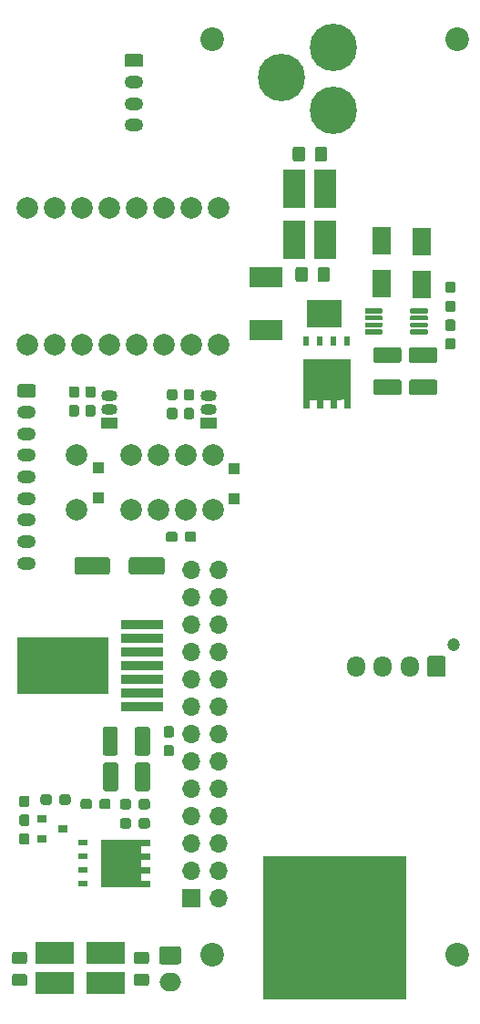
<source format=gbr>
G04 #@! TF.GenerationSoftware,KiCad,Pcbnew,5.1.5+dfsg1-2build2*
G04 #@! TF.CreationDate,2020-07-02T19:50:54+02:00*
G04 #@! TF.ProjectId,BaSe_PWR_V3_2,42615365-5f50-4575-925f-56335f322e6b,rev?*
G04 #@! TF.SameCoordinates,Original*
G04 #@! TF.FileFunction,Soldermask,Bot*
G04 #@! TF.FilePolarity,Negative*
%FSLAX46Y46*%
G04 Gerber Fmt 4.6, Leading zero omitted, Abs format (unit mm)*
G04 Created by KiCad (PCBNEW 5.1.5+dfsg1-2build2) date 2020-07-02 19:50:54*
%MOMM*%
%LPD*%
G04 APERTURE LIST*
%ADD10C,0.100000*%
%ADD11O,1.700000X1.700000*%
%ADD12R,1.700000X1.700000*%
%ADD13C,1.200000*%
%ADD14O,1.700000X1.950000*%
%ADD15C,4.400000*%
%ADD16R,8.540000X5.350000*%
%ADD17R,4.000000X0.890000*%
%ADD18R,1.100000X1.100000*%
%ADD19R,3.660000X2.085000*%
%ADD20R,3.150000X1.960000*%
%ADD21R,3.300000X2.500000*%
%ADD22R,1.800000X2.500000*%
%ADD23O,2.000000X1.700000*%
%ADD24R,0.850000X0.500000*%
%ADD25R,0.900000X0.800000*%
%ADD26O,1.750000X1.200000*%
%ADD27R,2.085000X3.660000*%
%ADD28C,2.000000*%
%ADD29R,1.500000X1.050000*%
%ADD30O,1.500000X1.050000*%
%ADD31C,2.200000*%
%ADD32R,0.500000X0.850000*%
G04 APERTURE END LIST*
D10*
G36*
X104600000Y-132330000D02*
G01*
X91300000Y-132330000D01*
X91300000Y-119030000D01*
X104600000Y-119030000D01*
X104600000Y-132330000D01*
G37*
G36*
X69330779Y-115191144D02*
G01*
X69353834Y-115194563D01*
X69376443Y-115200227D01*
X69398387Y-115208079D01*
X69419457Y-115218044D01*
X69439448Y-115230026D01*
X69458168Y-115243910D01*
X69475438Y-115259562D01*
X69491090Y-115276832D01*
X69504974Y-115295552D01*
X69516956Y-115315543D01*
X69526921Y-115336613D01*
X69534773Y-115358557D01*
X69540437Y-115381166D01*
X69543856Y-115404221D01*
X69545000Y-115427500D01*
X69545000Y-116002500D01*
X69543856Y-116025779D01*
X69540437Y-116048834D01*
X69534773Y-116071443D01*
X69526921Y-116093387D01*
X69516956Y-116114457D01*
X69504974Y-116134448D01*
X69491090Y-116153168D01*
X69475438Y-116170438D01*
X69458168Y-116186090D01*
X69439448Y-116199974D01*
X69419457Y-116211956D01*
X69398387Y-116221921D01*
X69376443Y-116229773D01*
X69353834Y-116235437D01*
X69330779Y-116238856D01*
X69307500Y-116240000D01*
X68832500Y-116240000D01*
X68809221Y-116238856D01*
X68786166Y-116235437D01*
X68763557Y-116229773D01*
X68741613Y-116221921D01*
X68720543Y-116211956D01*
X68700552Y-116199974D01*
X68681832Y-116186090D01*
X68664562Y-116170438D01*
X68648910Y-116153168D01*
X68635026Y-116134448D01*
X68623044Y-116114457D01*
X68613079Y-116093387D01*
X68605227Y-116071443D01*
X68599563Y-116048834D01*
X68596144Y-116025779D01*
X68595000Y-116002500D01*
X68595000Y-115427500D01*
X68596144Y-115404221D01*
X68599563Y-115381166D01*
X68605227Y-115358557D01*
X68613079Y-115336613D01*
X68623044Y-115315543D01*
X68635026Y-115295552D01*
X68648910Y-115276832D01*
X68664562Y-115259562D01*
X68681832Y-115243910D01*
X68700552Y-115230026D01*
X68720543Y-115218044D01*
X68741613Y-115208079D01*
X68763557Y-115200227D01*
X68786166Y-115194563D01*
X68809221Y-115191144D01*
X68832500Y-115190000D01*
X69307500Y-115190000D01*
X69330779Y-115191144D01*
G37*
G36*
X69330779Y-113441144D02*
G01*
X69353834Y-113444563D01*
X69376443Y-113450227D01*
X69398387Y-113458079D01*
X69419457Y-113468044D01*
X69439448Y-113480026D01*
X69458168Y-113493910D01*
X69475438Y-113509562D01*
X69491090Y-113526832D01*
X69504974Y-113545552D01*
X69516956Y-113565543D01*
X69526921Y-113586613D01*
X69534773Y-113608557D01*
X69540437Y-113631166D01*
X69543856Y-113654221D01*
X69545000Y-113677500D01*
X69545000Y-114252500D01*
X69543856Y-114275779D01*
X69540437Y-114298834D01*
X69534773Y-114321443D01*
X69526921Y-114343387D01*
X69516956Y-114364457D01*
X69504974Y-114384448D01*
X69491090Y-114403168D01*
X69475438Y-114420438D01*
X69458168Y-114436090D01*
X69439448Y-114449974D01*
X69419457Y-114461956D01*
X69398387Y-114471921D01*
X69376443Y-114479773D01*
X69353834Y-114485437D01*
X69330779Y-114488856D01*
X69307500Y-114490000D01*
X68832500Y-114490000D01*
X68809221Y-114488856D01*
X68786166Y-114485437D01*
X68763557Y-114479773D01*
X68741613Y-114471921D01*
X68720543Y-114461956D01*
X68700552Y-114449974D01*
X68681832Y-114436090D01*
X68664562Y-114420438D01*
X68648910Y-114403168D01*
X68635026Y-114384448D01*
X68623044Y-114364457D01*
X68613079Y-114343387D01*
X68605227Y-114321443D01*
X68599563Y-114298834D01*
X68596144Y-114275779D01*
X68595000Y-114252500D01*
X68595000Y-113677500D01*
X68596144Y-113654221D01*
X68599563Y-113631166D01*
X68605227Y-113608557D01*
X68613079Y-113586613D01*
X68623044Y-113565543D01*
X68635026Y-113545552D01*
X68648910Y-113526832D01*
X68664562Y-113509562D01*
X68681832Y-113493910D01*
X68700552Y-113480026D01*
X68720543Y-113468044D01*
X68741613Y-113458079D01*
X68763557Y-113450227D01*
X68786166Y-113444563D01*
X68809221Y-113441144D01*
X68832500Y-113440000D01*
X69307500Y-113440000D01*
X69330779Y-113441144D01*
G37*
D11*
X87122000Y-92456000D03*
X84582000Y-92456000D03*
X87122000Y-94996000D03*
X84582000Y-94996000D03*
X87122000Y-97536000D03*
X84582000Y-97536000D03*
X87122000Y-100076000D03*
X84582000Y-100076000D03*
X87122000Y-102616000D03*
X84582000Y-102616000D03*
X87122000Y-105156000D03*
X84582000Y-105156000D03*
X87122000Y-107696000D03*
X84582000Y-107696000D03*
X87122000Y-110236000D03*
X84582000Y-110236000D03*
X87122000Y-112776000D03*
X84582000Y-112776000D03*
X87122000Y-115316000D03*
X84582000Y-115316000D03*
X87122000Y-117856000D03*
X84582000Y-117856000D03*
X87122000Y-120396000D03*
X84582000Y-120396000D03*
X87122000Y-122936000D03*
D12*
X84582000Y-122936000D03*
D10*
G36*
X76809504Y-91311204D02*
G01*
X76833773Y-91314804D01*
X76857571Y-91320765D01*
X76880671Y-91329030D01*
X76902849Y-91339520D01*
X76923893Y-91352133D01*
X76943598Y-91366747D01*
X76961777Y-91383223D01*
X76978253Y-91401402D01*
X76992867Y-91421107D01*
X77005480Y-91442151D01*
X77015970Y-91464329D01*
X77024235Y-91487429D01*
X77030196Y-91511227D01*
X77033796Y-91535496D01*
X77035000Y-91560000D01*
X77035000Y-92660000D01*
X77033796Y-92684504D01*
X77030196Y-92708773D01*
X77024235Y-92732571D01*
X77015970Y-92755671D01*
X77005480Y-92777849D01*
X76992867Y-92798893D01*
X76978253Y-92818598D01*
X76961777Y-92836777D01*
X76943598Y-92853253D01*
X76923893Y-92867867D01*
X76902849Y-92880480D01*
X76880671Y-92890970D01*
X76857571Y-92899235D01*
X76833773Y-92905196D01*
X76809504Y-92908796D01*
X76785000Y-92910000D01*
X73960000Y-92910000D01*
X73935496Y-92908796D01*
X73911227Y-92905196D01*
X73887429Y-92899235D01*
X73864329Y-92890970D01*
X73842151Y-92880480D01*
X73821107Y-92867867D01*
X73801402Y-92853253D01*
X73783223Y-92836777D01*
X73766747Y-92818598D01*
X73752133Y-92798893D01*
X73739520Y-92777849D01*
X73729030Y-92755671D01*
X73720765Y-92732571D01*
X73714804Y-92708773D01*
X73711204Y-92684504D01*
X73710000Y-92660000D01*
X73710000Y-91560000D01*
X73711204Y-91535496D01*
X73714804Y-91511227D01*
X73720765Y-91487429D01*
X73729030Y-91464329D01*
X73739520Y-91442151D01*
X73752133Y-91421107D01*
X73766747Y-91401402D01*
X73783223Y-91383223D01*
X73801402Y-91366747D01*
X73821107Y-91352133D01*
X73842151Y-91339520D01*
X73864329Y-91329030D01*
X73887429Y-91320765D01*
X73911227Y-91314804D01*
X73935496Y-91311204D01*
X73960000Y-91310000D01*
X76785000Y-91310000D01*
X76809504Y-91311204D01*
G37*
G36*
X81884504Y-91311204D02*
G01*
X81908773Y-91314804D01*
X81932571Y-91320765D01*
X81955671Y-91329030D01*
X81977849Y-91339520D01*
X81998893Y-91352133D01*
X82018598Y-91366747D01*
X82036777Y-91383223D01*
X82053253Y-91401402D01*
X82067867Y-91421107D01*
X82080480Y-91442151D01*
X82090970Y-91464329D01*
X82099235Y-91487429D01*
X82105196Y-91511227D01*
X82108796Y-91535496D01*
X82110000Y-91560000D01*
X82110000Y-92660000D01*
X82108796Y-92684504D01*
X82105196Y-92708773D01*
X82099235Y-92732571D01*
X82090970Y-92755671D01*
X82080480Y-92777849D01*
X82067867Y-92798893D01*
X82053253Y-92818598D01*
X82036777Y-92836777D01*
X82018598Y-92853253D01*
X81998893Y-92867867D01*
X81977849Y-92880480D01*
X81955671Y-92890970D01*
X81932571Y-92899235D01*
X81908773Y-92905196D01*
X81884504Y-92908796D01*
X81860000Y-92910000D01*
X79035000Y-92910000D01*
X79010496Y-92908796D01*
X78986227Y-92905196D01*
X78962429Y-92899235D01*
X78939329Y-92890970D01*
X78917151Y-92880480D01*
X78896107Y-92867867D01*
X78876402Y-92853253D01*
X78858223Y-92836777D01*
X78841747Y-92818598D01*
X78827133Y-92798893D01*
X78814520Y-92777849D01*
X78804030Y-92755671D01*
X78795765Y-92732571D01*
X78789804Y-92708773D01*
X78786204Y-92684504D01*
X78785000Y-92660000D01*
X78785000Y-91560000D01*
X78786204Y-91535496D01*
X78789804Y-91511227D01*
X78795765Y-91487429D01*
X78804030Y-91464329D01*
X78814520Y-91442151D01*
X78827133Y-91421107D01*
X78841747Y-91401402D01*
X78858223Y-91383223D01*
X78876402Y-91366747D01*
X78896107Y-91352133D01*
X78917151Y-91339520D01*
X78939329Y-91329030D01*
X78962429Y-91320765D01*
X78986227Y-91314804D01*
X79010496Y-91311204D01*
X79035000Y-91310000D01*
X81860000Y-91310000D01*
X81884504Y-91311204D01*
G37*
D13*
X108990000Y-99440000D03*
D14*
X99890000Y-101440000D03*
X102390000Y-101440000D03*
X104890000Y-101440000D03*
D10*
G36*
X108014504Y-100466204D02*
G01*
X108038773Y-100469804D01*
X108062571Y-100475765D01*
X108085671Y-100484030D01*
X108107849Y-100494520D01*
X108128893Y-100507133D01*
X108148598Y-100521747D01*
X108166777Y-100538223D01*
X108183253Y-100556402D01*
X108197867Y-100576107D01*
X108210480Y-100597151D01*
X108220970Y-100619329D01*
X108229235Y-100642429D01*
X108235196Y-100666227D01*
X108238796Y-100690496D01*
X108240000Y-100715000D01*
X108240000Y-102165000D01*
X108238796Y-102189504D01*
X108235196Y-102213773D01*
X108229235Y-102237571D01*
X108220970Y-102260671D01*
X108210480Y-102282849D01*
X108197867Y-102303893D01*
X108183253Y-102323598D01*
X108166777Y-102341777D01*
X108148598Y-102358253D01*
X108128893Y-102372867D01*
X108107849Y-102385480D01*
X108085671Y-102395970D01*
X108062571Y-102404235D01*
X108038773Y-102410196D01*
X108014504Y-102413796D01*
X107990000Y-102415000D01*
X106790000Y-102415000D01*
X106765496Y-102413796D01*
X106741227Y-102410196D01*
X106717429Y-102404235D01*
X106694329Y-102395970D01*
X106672151Y-102385480D01*
X106651107Y-102372867D01*
X106631402Y-102358253D01*
X106613223Y-102341777D01*
X106596747Y-102323598D01*
X106582133Y-102303893D01*
X106569520Y-102282849D01*
X106559030Y-102260671D01*
X106550765Y-102237571D01*
X106544804Y-102213773D01*
X106541204Y-102189504D01*
X106540000Y-102165000D01*
X106540000Y-100715000D01*
X106541204Y-100690496D01*
X106544804Y-100666227D01*
X106550765Y-100642429D01*
X106559030Y-100619329D01*
X106569520Y-100597151D01*
X106582133Y-100576107D01*
X106596747Y-100556402D01*
X106613223Y-100538223D01*
X106631402Y-100521747D01*
X106651107Y-100507133D01*
X106672151Y-100494520D01*
X106694329Y-100484030D01*
X106717429Y-100475765D01*
X106741227Y-100469804D01*
X106765496Y-100466204D01*
X106790000Y-100465000D01*
X107990000Y-100465000D01*
X108014504Y-100466204D01*
G37*
D15*
X92990000Y-46784000D03*
X97790000Y-43984000D03*
X97790000Y-49784000D03*
D16*
X72680000Y-101330000D03*
D17*
X79985000Y-97520000D03*
X79985000Y-98790000D03*
X79985000Y-100060000D03*
X79985000Y-101330000D03*
X79985000Y-102600000D03*
X79985000Y-103870000D03*
X79985000Y-105140000D03*
D10*
G36*
X102241027Y-70165542D02*
G01*
X102251948Y-70167162D01*
X102262657Y-70169844D01*
X102273052Y-70173564D01*
X102283032Y-70178284D01*
X102292502Y-70183960D01*
X102301369Y-70190536D01*
X102309550Y-70197950D01*
X102316964Y-70206131D01*
X102323540Y-70214998D01*
X102329216Y-70224468D01*
X102333936Y-70234448D01*
X102337656Y-70244843D01*
X102340338Y-70255552D01*
X102341958Y-70266473D01*
X102342500Y-70277500D01*
X102342500Y-70502500D01*
X102341958Y-70513527D01*
X102340338Y-70524448D01*
X102337656Y-70535157D01*
X102333936Y-70545552D01*
X102329216Y-70555532D01*
X102323540Y-70565002D01*
X102316964Y-70573869D01*
X102309550Y-70582050D01*
X102301369Y-70589464D01*
X102292502Y-70596040D01*
X102283032Y-70601716D01*
X102273052Y-70606436D01*
X102262657Y-70610156D01*
X102251948Y-70612838D01*
X102241027Y-70614458D01*
X102230000Y-70615000D01*
X100830000Y-70615000D01*
X100818973Y-70614458D01*
X100808052Y-70612838D01*
X100797343Y-70610156D01*
X100786948Y-70606436D01*
X100776968Y-70601716D01*
X100767498Y-70596040D01*
X100758631Y-70589464D01*
X100750450Y-70582050D01*
X100743036Y-70573869D01*
X100736460Y-70565002D01*
X100730784Y-70555532D01*
X100726064Y-70545552D01*
X100722344Y-70535157D01*
X100719662Y-70524448D01*
X100718042Y-70513527D01*
X100717500Y-70502500D01*
X100717500Y-70277500D01*
X100718042Y-70266473D01*
X100719662Y-70255552D01*
X100722344Y-70244843D01*
X100726064Y-70234448D01*
X100730784Y-70224468D01*
X100736460Y-70214998D01*
X100743036Y-70206131D01*
X100750450Y-70197950D01*
X100758631Y-70190536D01*
X100767498Y-70183960D01*
X100776968Y-70178284D01*
X100786948Y-70173564D01*
X100797343Y-70169844D01*
X100808052Y-70167162D01*
X100818973Y-70165542D01*
X100830000Y-70165000D01*
X102230000Y-70165000D01*
X102241027Y-70165542D01*
G37*
G36*
X102241027Y-69515542D02*
G01*
X102251948Y-69517162D01*
X102262657Y-69519844D01*
X102273052Y-69523564D01*
X102283032Y-69528284D01*
X102292502Y-69533960D01*
X102301369Y-69540536D01*
X102309550Y-69547950D01*
X102316964Y-69556131D01*
X102323540Y-69564998D01*
X102329216Y-69574468D01*
X102333936Y-69584448D01*
X102337656Y-69594843D01*
X102340338Y-69605552D01*
X102341958Y-69616473D01*
X102342500Y-69627500D01*
X102342500Y-69852500D01*
X102341958Y-69863527D01*
X102340338Y-69874448D01*
X102337656Y-69885157D01*
X102333936Y-69895552D01*
X102329216Y-69905532D01*
X102323540Y-69915002D01*
X102316964Y-69923869D01*
X102309550Y-69932050D01*
X102301369Y-69939464D01*
X102292502Y-69946040D01*
X102283032Y-69951716D01*
X102273052Y-69956436D01*
X102262657Y-69960156D01*
X102251948Y-69962838D01*
X102241027Y-69964458D01*
X102230000Y-69965000D01*
X100830000Y-69965000D01*
X100818973Y-69964458D01*
X100808052Y-69962838D01*
X100797343Y-69960156D01*
X100786948Y-69956436D01*
X100776968Y-69951716D01*
X100767498Y-69946040D01*
X100758631Y-69939464D01*
X100750450Y-69932050D01*
X100743036Y-69923869D01*
X100736460Y-69915002D01*
X100730784Y-69905532D01*
X100726064Y-69895552D01*
X100722344Y-69885157D01*
X100719662Y-69874448D01*
X100718042Y-69863527D01*
X100717500Y-69852500D01*
X100717500Y-69627500D01*
X100718042Y-69616473D01*
X100719662Y-69605552D01*
X100722344Y-69594843D01*
X100726064Y-69584448D01*
X100730784Y-69574468D01*
X100736460Y-69564998D01*
X100743036Y-69556131D01*
X100750450Y-69547950D01*
X100758631Y-69540536D01*
X100767498Y-69533960D01*
X100776968Y-69528284D01*
X100786948Y-69523564D01*
X100797343Y-69519844D01*
X100808052Y-69517162D01*
X100818973Y-69515542D01*
X100830000Y-69515000D01*
X102230000Y-69515000D01*
X102241027Y-69515542D01*
G37*
G36*
X102241027Y-68865542D02*
G01*
X102251948Y-68867162D01*
X102262657Y-68869844D01*
X102273052Y-68873564D01*
X102283032Y-68878284D01*
X102292502Y-68883960D01*
X102301369Y-68890536D01*
X102309550Y-68897950D01*
X102316964Y-68906131D01*
X102323540Y-68914998D01*
X102329216Y-68924468D01*
X102333936Y-68934448D01*
X102337656Y-68944843D01*
X102340338Y-68955552D01*
X102341958Y-68966473D01*
X102342500Y-68977500D01*
X102342500Y-69202500D01*
X102341958Y-69213527D01*
X102340338Y-69224448D01*
X102337656Y-69235157D01*
X102333936Y-69245552D01*
X102329216Y-69255532D01*
X102323540Y-69265002D01*
X102316964Y-69273869D01*
X102309550Y-69282050D01*
X102301369Y-69289464D01*
X102292502Y-69296040D01*
X102283032Y-69301716D01*
X102273052Y-69306436D01*
X102262657Y-69310156D01*
X102251948Y-69312838D01*
X102241027Y-69314458D01*
X102230000Y-69315000D01*
X100830000Y-69315000D01*
X100818973Y-69314458D01*
X100808052Y-69312838D01*
X100797343Y-69310156D01*
X100786948Y-69306436D01*
X100776968Y-69301716D01*
X100767498Y-69296040D01*
X100758631Y-69289464D01*
X100750450Y-69282050D01*
X100743036Y-69273869D01*
X100736460Y-69265002D01*
X100730784Y-69255532D01*
X100726064Y-69245552D01*
X100722344Y-69235157D01*
X100719662Y-69224448D01*
X100718042Y-69213527D01*
X100717500Y-69202500D01*
X100717500Y-68977500D01*
X100718042Y-68966473D01*
X100719662Y-68955552D01*
X100722344Y-68944843D01*
X100726064Y-68934448D01*
X100730784Y-68924468D01*
X100736460Y-68914998D01*
X100743036Y-68906131D01*
X100750450Y-68897950D01*
X100758631Y-68890536D01*
X100767498Y-68883960D01*
X100776968Y-68878284D01*
X100786948Y-68873564D01*
X100797343Y-68869844D01*
X100808052Y-68867162D01*
X100818973Y-68865542D01*
X100830000Y-68865000D01*
X102230000Y-68865000D01*
X102241027Y-68865542D01*
G37*
G36*
X102241027Y-68215542D02*
G01*
X102251948Y-68217162D01*
X102262657Y-68219844D01*
X102273052Y-68223564D01*
X102283032Y-68228284D01*
X102292502Y-68233960D01*
X102301369Y-68240536D01*
X102309550Y-68247950D01*
X102316964Y-68256131D01*
X102323540Y-68264998D01*
X102329216Y-68274468D01*
X102333936Y-68284448D01*
X102337656Y-68294843D01*
X102340338Y-68305552D01*
X102341958Y-68316473D01*
X102342500Y-68327500D01*
X102342500Y-68552500D01*
X102341958Y-68563527D01*
X102340338Y-68574448D01*
X102337656Y-68585157D01*
X102333936Y-68595552D01*
X102329216Y-68605532D01*
X102323540Y-68615002D01*
X102316964Y-68623869D01*
X102309550Y-68632050D01*
X102301369Y-68639464D01*
X102292502Y-68646040D01*
X102283032Y-68651716D01*
X102273052Y-68656436D01*
X102262657Y-68660156D01*
X102251948Y-68662838D01*
X102241027Y-68664458D01*
X102230000Y-68665000D01*
X100830000Y-68665000D01*
X100818973Y-68664458D01*
X100808052Y-68662838D01*
X100797343Y-68660156D01*
X100786948Y-68656436D01*
X100776968Y-68651716D01*
X100767498Y-68646040D01*
X100758631Y-68639464D01*
X100750450Y-68632050D01*
X100743036Y-68623869D01*
X100736460Y-68615002D01*
X100730784Y-68605532D01*
X100726064Y-68595552D01*
X100722344Y-68585157D01*
X100719662Y-68574448D01*
X100718042Y-68563527D01*
X100717500Y-68552500D01*
X100717500Y-68327500D01*
X100718042Y-68316473D01*
X100719662Y-68305552D01*
X100722344Y-68294843D01*
X100726064Y-68284448D01*
X100730784Y-68274468D01*
X100736460Y-68264998D01*
X100743036Y-68256131D01*
X100750450Y-68247950D01*
X100758631Y-68240536D01*
X100767498Y-68233960D01*
X100776968Y-68228284D01*
X100786948Y-68223564D01*
X100797343Y-68219844D01*
X100808052Y-68217162D01*
X100818973Y-68215542D01*
X100830000Y-68215000D01*
X102230000Y-68215000D01*
X102241027Y-68215542D01*
G37*
G36*
X106466027Y-68215542D02*
G01*
X106476948Y-68217162D01*
X106487657Y-68219844D01*
X106498052Y-68223564D01*
X106508032Y-68228284D01*
X106517502Y-68233960D01*
X106526369Y-68240536D01*
X106534550Y-68247950D01*
X106541964Y-68256131D01*
X106548540Y-68264998D01*
X106554216Y-68274468D01*
X106558936Y-68284448D01*
X106562656Y-68294843D01*
X106565338Y-68305552D01*
X106566958Y-68316473D01*
X106567500Y-68327500D01*
X106567500Y-68552500D01*
X106566958Y-68563527D01*
X106565338Y-68574448D01*
X106562656Y-68585157D01*
X106558936Y-68595552D01*
X106554216Y-68605532D01*
X106548540Y-68615002D01*
X106541964Y-68623869D01*
X106534550Y-68632050D01*
X106526369Y-68639464D01*
X106517502Y-68646040D01*
X106508032Y-68651716D01*
X106498052Y-68656436D01*
X106487657Y-68660156D01*
X106476948Y-68662838D01*
X106466027Y-68664458D01*
X106455000Y-68665000D01*
X105055000Y-68665000D01*
X105043973Y-68664458D01*
X105033052Y-68662838D01*
X105022343Y-68660156D01*
X105011948Y-68656436D01*
X105001968Y-68651716D01*
X104992498Y-68646040D01*
X104983631Y-68639464D01*
X104975450Y-68632050D01*
X104968036Y-68623869D01*
X104961460Y-68615002D01*
X104955784Y-68605532D01*
X104951064Y-68595552D01*
X104947344Y-68585157D01*
X104944662Y-68574448D01*
X104943042Y-68563527D01*
X104942500Y-68552500D01*
X104942500Y-68327500D01*
X104943042Y-68316473D01*
X104944662Y-68305552D01*
X104947344Y-68294843D01*
X104951064Y-68284448D01*
X104955784Y-68274468D01*
X104961460Y-68264998D01*
X104968036Y-68256131D01*
X104975450Y-68247950D01*
X104983631Y-68240536D01*
X104992498Y-68233960D01*
X105001968Y-68228284D01*
X105011948Y-68223564D01*
X105022343Y-68219844D01*
X105033052Y-68217162D01*
X105043973Y-68215542D01*
X105055000Y-68215000D01*
X106455000Y-68215000D01*
X106466027Y-68215542D01*
G37*
G36*
X106466027Y-68865542D02*
G01*
X106476948Y-68867162D01*
X106487657Y-68869844D01*
X106498052Y-68873564D01*
X106508032Y-68878284D01*
X106517502Y-68883960D01*
X106526369Y-68890536D01*
X106534550Y-68897950D01*
X106541964Y-68906131D01*
X106548540Y-68914998D01*
X106554216Y-68924468D01*
X106558936Y-68934448D01*
X106562656Y-68944843D01*
X106565338Y-68955552D01*
X106566958Y-68966473D01*
X106567500Y-68977500D01*
X106567500Y-69202500D01*
X106566958Y-69213527D01*
X106565338Y-69224448D01*
X106562656Y-69235157D01*
X106558936Y-69245552D01*
X106554216Y-69255532D01*
X106548540Y-69265002D01*
X106541964Y-69273869D01*
X106534550Y-69282050D01*
X106526369Y-69289464D01*
X106517502Y-69296040D01*
X106508032Y-69301716D01*
X106498052Y-69306436D01*
X106487657Y-69310156D01*
X106476948Y-69312838D01*
X106466027Y-69314458D01*
X106455000Y-69315000D01*
X105055000Y-69315000D01*
X105043973Y-69314458D01*
X105033052Y-69312838D01*
X105022343Y-69310156D01*
X105011948Y-69306436D01*
X105001968Y-69301716D01*
X104992498Y-69296040D01*
X104983631Y-69289464D01*
X104975450Y-69282050D01*
X104968036Y-69273869D01*
X104961460Y-69265002D01*
X104955784Y-69255532D01*
X104951064Y-69245552D01*
X104947344Y-69235157D01*
X104944662Y-69224448D01*
X104943042Y-69213527D01*
X104942500Y-69202500D01*
X104942500Y-68977500D01*
X104943042Y-68966473D01*
X104944662Y-68955552D01*
X104947344Y-68944843D01*
X104951064Y-68934448D01*
X104955784Y-68924468D01*
X104961460Y-68914998D01*
X104968036Y-68906131D01*
X104975450Y-68897950D01*
X104983631Y-68890536D01*
X104992498Y-68883960D01*
X105001968Y-68878284D01*
X105011948Y-68873564D01*
X105022343Y-68869844D01*
X105033052Y-68867162D01*
X105043973Y-68865542D01*
X105055000Y-68865000D01*
X106455000Y-68865000D01*
X106466027Y-68865542D01*
G37*
G36*
X106466027Y-69515542D02*
G01*
X106476948Y-69517162D01*
X106487657Y-69519844D01*
X106498052Y-69523564D01*
X106508032Y-69528284D01*
X106517502Y-69533960D01*
X106526369Y-69540536D01*
X106534550Y-69547950D01*
X106541964Y-69556131D01*
X106548540Y-69564998D01*
X106554216Y-69574468D01*
X106558936Y-69584448D01*
X106562656Y-69594843D01*
X106565338Y-69605552D01*
X106566958Y-69616473D01*
X106567500Y-69627500D01*
X106567500Y-69852500D01*
X106566958Y-69863527D01*
X106565338Y-69874448D01*
X106562656Y-69885157D01*
X106558936Y-69895552D01*
X106554216Y-69905532D01*
X106548540Y-69915002D01*
X106541964Y-69923869D01*
X106534550Y-69932050D01*
X106526369Y-69939464D01*
X106517502Y-69946040D01*
X106508032Y-69951716D01*
X106498052Y-69956436D01*
X106487657Y-69960156D01*
X106476948Y-69962838D01*
X106466027Y-69964458D01*
X106455000Y-69965000D01*
X105055000Y-69965000D01*
X105043973Y-69964458D01*
X105033052Y-69962838D01*
X105022343Y-69960156D01*
X105011948Y-69956436D01*
X105001968Y-69951716D01*
X104992498Y-69946040D01*
X104983631Y-69939464D01*
X104975450Y-69932050D01*
X104968036Y-69923869D01*
X104961460Y-69915002D01*
X104955784Y-69905532D01*
X104951064Y-69895552D01*
X104947344Y-69885157D01*
X104944662Y-69874448D01*
X104943042Y-69863527D01*
X104942500Y-69852500D01*
X104942500Y-69627500D01*
X104943042Y-69616473D01*
X104944662Y-69605552D01*
X104947344Y-69594843D01*
X104951064Y-69584448D01*
X104955784Y-69574468D01*
X104961460Y-69564998D01*
X104968036Y-69556131D01*
X104975450Y-69547950D01*
X104983631Y-69540536D01*
X104992498Y-69533960D01*
X105001968Y-69528284D01*
X105011948Y-69523564D01*
X105022343Y-69519844D01*
X105033052Y-69517162D01*
X105043973Y-69515542D01*
X105055000Y-69515000D01*
X106455000Y-69515000D01*
X106466027Y-69515542D01*
G37*
G36*
X106466027Y-70165542D02*
G01*
X106476948Y-70167162D01*
X106487657Y-70169844D01*
X106498052Y-70173564D01*
X106508032Y-70178284D01*
X106517502Y-70183960D01*
X106526369Y-70190536D01*
X106534550Y-70197950D01*
X106541964Y-70206131D01*
X106548540Y-70214998D01*
X106554216Y-70224468D01*
X106558936Y-70234448D01*
X106562656Y-70244843D01*
X106565338Y-70255552D01*
X106566958Y-70266473D01*
X106567500Y-70277500D01*
X106567500Y-70502500D01*
X106566958Y-70513527D01*
X106565338Y-70524448D01*
X106562656Y-70535157D01*
X106558936Y-70545552D01*
X106554216Y-70555532D01*
X106548540Y-70565002D01*
X106541964Y-70573869D01*
X106534550Y-70582050D01*
X106526369Y-70589464D01*
X106517502Y-70596040D01*
X106508032Y-70601716D01*
X106498052Y-70606436D01*
X106487657Y-70610156D01*
X106476948Y-70612838D01*
X106466027Y-70614458D01*
X106455000Y-70615000D01*
X105055000Y-70615000D01*
X105043973Y-70614458D01*
X105033052Y-70612838D01*
X105022343Y-70610156D01*
X105011948Y-70606436D01*
X105001968Y-70601716D01*
X104992498Y-70596040D01*
X104983631Y-70589464D01*
X104975450Y-70582050D01*
X104968036Y-70573869D01*
X104961460Y-70565002D01*
X104955784Y-70555532D01*
X104951064Y-70545552D01*
X104947344Y-70535157D01*
X104944662Y-70524448D01*
X104943042Y-70513527D01*
X104942500Y-70502500D01*
X104942500Y-70277500D01*
X104943042Y-70266473D01*
X104944662Y-70255552D01*
X104947344Y-70244843D01*
X104951064Y-70234448D01*
X104955784Y-70224468D01*
X104961460Y-70214998D01*
X104968036Y-70206131D01*
X104975450Y-70197950D01*
X104983631Y-70190536D01*
X104992498Y-70183960D01*
X105001968Y-70178284D01*
X105011948Y-70173564D01*
X105022343Y-70169844D01*
X105033052Y-70167162D01*
X105043973Y-70165542D01*
X105055000Y-70165000D01*
X106455000Y-70165000D01*
X106466027Y-70165542D01*
G37*
D18*
X88560000Y-83050000D03*
X88560000Y-85850000D03*
X75950000Y-82980000D03*
X75950000Y-85780000D03*
D19*
X71865000Y-130872500D03*
X71865000Y-128027500D03*
X76615000Y-130872500D03*
X76615000Y-128027500D03*
D20*
X91550000Y-65345000D03*
X91550000Y-70255000D03*
D21*
X96990000Y-68690000D03*
X96990000Y-75490000D03*
D22*
X105970000Y-61960000D03*
X105970000Y-65960000D03*
X102240000Y-61930000D03*
X102240000Y-65930000D03*
D10*
G36*
X80434505Y-127921204D02*
G01*
X80458773Y-127924804D01*
X80482572Y-127930765D01*
X80505671Y-127939030D01*
X80527850Y-127949520D01*
X80548893Y-127962132D01*
X80568599Y-127976747D01*
X80586777Y-127993223D01*
X80603253Y-128011401D01*
X80617868Y-128031107D01*
X80630480Y-128052150D01*
X80640970Y-128074329D01*
X80649235Y-128097428D01*
X80655196Y-128121227D01*
X80658796Y-128145495D01*
X80660000Y-128169999D01*
X80660000Y-128820001D01*
X80658796Y-128844505D01*
X80655196Y-128868773D01*
X80649235Y-128892572D01*
X80640970Y-128915671D01*
X80630480Y-128937850D01*
X80617868Y-128958893D01*
X80603253Y-128978599D01*
X80586777Y-128996777D01*
X80568599Y-129013253D01*
X80548893Y-129027868D01*
X80527850Y-129040480D01*
X80505671Y-129050970D01*
X80482572Y-129059235D01*
X80458773Y-129065196D01*
X80434505Y-129068796D01*
X80410001Y-129070000D01*
X79509999Y-129070000D01*
X79485495Y-129068796D01*
X79461227Y-129065196D01*
X79437428Y-129059235D01*
X79414329Y-129050970D01*
X79392150Y-129040480D01*
X79371107Y-129027868D01*
X79351401Y-129013253D01*
X79333223Y-128996777D01*
X79316747Y-128978599D01*
X79302132Y-128958893D01*
X79289520Y-128937850D01*
X79279030Y-128915671D01*
X79270765Y-128892572D01*
X79264804Y-128868773D01*
X79261204Y-128844505D01*
X79260000Y-128820001D01*
X79260000Y-128169999D01*
X79261204Y-128145495D01*
X79264804Y-128121227D01*
X79270765Y-128097428D01*
X79279030Y-128074329D01*
X79289520Y-128052150D01*
X79302132Y-128031107D01*
X79316747Y-128011401D01*
X79333223Y-127993223D01*
X79351401Y-127976747D01*
X79371107Y-127962132D01*
X79392150Y-127949520D01*
X79414329Y-127939030D01*
X79437428Y-127930765D01*
X79461227Y-127924804D01*
X79485495Y-127921204D01*
X79509999Y-127920000D01*
X80410001Y-127920000D01*
X80434505Y-127921204D01*
G37*
G36*
X80434505Y-129971204D02*
G01*
X80458773Y-129974804D01*
X80482572Y-129980765D01*
X80505671Y-129989030D01*
X80527850Y-129999520D01*
X80548893Y-130012132D01*
X80568599Y-130026747D01*
X80586777Y-130043223D01*
X80603253Y-130061401D01*
X80617868Y-130081107D01*
X80630480Y-130102150D01*
X80640970Y-130124329D01*
X80649235Y-130147428D01*
X80655196Y-130171227D01*
X80658796Y-130195495D01*
X80660000Y-130219999D01*
X80660000Y-130870001D01*
X80658796Y-130894505D01*
X80655196Y-130918773D01*
X80649235Y-130942572D01*
X80640970Y-130965671D01*
X80630480Y-130987850D01*
X80617868Y-131008893D01*
X80603253Y-131028599D01*
X80586777Y-131046777D01*
X80568599Y-131063253D01*
X80548893Y-131077868D01*
X80527850Y-131090480D01*
X80505671Y-131100970D01*
X80482572Y-131109235D01*
X80458773Y-131115196D01*
X80434505Y-131118796D01*
X80410001Y-131120000D01*
X79509999Y-131120000D01*
X79485495Y-131118796D01*
X79461227Y-131115196D01*
X79437428Y-131109235D01*
X79414329Y-131100970D01*
X79392150Y-131090480D01*
X79371107Y-131077868D01*
X79351401Y-131063253D01*
X79333223Y-131046777D01*
X79316747Y-131028599D01*
X79302132Y-131008893D01*
X79289520Y-130987850D01*
X79279030Y-130965671D01*
X79270765Y-130942572D01*
X79264804Y-130918773D01*
X79261204Y-130894505D01*
X79260000Y-130870001D01*
X79260000Y-130219999D01*
X79261204Y-130195495D01*
X79264804Y-130171227D01*
X79270765Y-130147428D01*
X79279030Y-130124329D01*
X79289520Y-130102150D01*
X79302132Y-130081107D01*
X79316747Y-130061401D01*
X79333223Y-130043223D01*
X79351401Y-130026747D01*
X79371107Y-130012132D01*
X79392150Y-129999520D01*
X79414329Y-129989030D01*
X79437428Y-129980765D01*
X79461227Y-129974804D01*
X79485495Y-129971204D01*
X79509999Y-129970000D01*
X80410001Y-129970000D01*
X80434505Y-129971204D01*
G37*
G36*
X69094505Y-127931204D02*
G01*
X69118773Y-127934804D01*
X69142572Y-127940765D01*
X69165671Y-127949030D01*
X69187850Y-127959520D01*
X69208893Y-127972132D01*
X69228599Y-127986747D01*
X69246777Y-128003223D01*
X69263253Y-128021401D01*
X69277868Y-128041107D01*
X69290480Y-128062150D01*
X69300970Y-128084329D01*
X69309235Y-128107428D01*
X69315196Y-128131227D01*
X69318796Y-128155495D01*
X69320000Y-128179999D01*
X69320000Y-128830001D01*
X69318796Y-128854505D01*
X69315196Y-128878773D01*
X69309235Y-128902572D01*
X69300970Y-128925671D01*
X69290480Y-128947850D01*
X69277868Y-128968893D01*
X69263253Y-128988599D01*
X69246777Y-129006777D01*
X69228599Y-129023253D01*
X69208893Y-129037868D01*
X69187850Y-129050480D01*
X69165671Y-129060970D01*
X69142572Y-129069235D01*
X69118773Y-129075196D01*
X69094505Y-129078796D01*
X69070001Y-129080000D01*
X68169999Y-129080000D01*
X68145495Y-129078796D01*
X68121227Y-129075196D01*
X68097428Y-129069235D01*
X68074329Y-129060970D01*
X68052150Y-129050480D01*
X68031107Y-129037868D01*
X68011401Y-129023253D01*
X67993223Y-129006777D01*
X67976747Y-128988599D01*
X67962132Y-128968893D01*
X67949520Y-128947850D01*
X67939030Y-128925671D01*
X67930765Y-128902572D01*
X67924804Y-128878773D01*
X67921204Y-128854505D01*
X67920000Y-128830001D01*
X67920000Y-128179999D01*
X67921204Y-128155495D01*
X67924804Y-128131227D01*
X67930765Y-128107428D01*
X67939030Y-128084329D01*
X67949520Y-128062150D01*
X67962132Y-128041107D01*
X67976747Y-128021401D01*
X67993223Y-128003223D01*
X68011401Y-127986747D01*
X68031107Y-127972132D01*
X68052150Y-127959520D01*
X68074329Y-127949030D01*
X68097428Y-127940765D01*
X68121227Y-127934804D01*
X68145495Y-127931204D01*
X68169999Y-127930000D01*
X69070001Y-127930000D01*
X69094505Y-127931204D01*
G37*
G36*
X69094505Y-129981204D02*
G01*
X69118773Y-129984804D01*
X69142572Y-129990765D01*
X69165671Y-129999030D01*
X69187850Y-130009520D01*
X69208893Y-130022132D01*
X69228599Y-130036747D01*
X69246777Y-130053223D01*
X69263253Y-130071401D01*
X69277868Y-130091107D01*
X69290480Y-130112150D01*
X69300970Y-130134329D01*
X69309235Y-130157428D01*
X69315196Y-130181227D01*
X69318796Y-130205495D01*
X69320000Y-130229999D01*
X69320000Y-130880001D01*
X69318796Y-130904505D01*
X69315196Y-130928773D01*
X69309235Y-130952572D01*
X69300970Y-130975671D01*
X69290480Y-130997850D01*
X69277868Y-131018893D01*
X69263253Y-131038599D01*
X69246777Y-131056777D01*
X69228599Y-131073253D01*
X69208893Y-131087868D01*
X69187850Y-131100480D01*
X69165671Y-131110970D01*
X69142572Y-131119235D01*
X69118773Y-131125196D01*
X69094505Y-131128796D01*
X69070001Y-131130000D01*
X68169999Y-131130000D01*
X68145495Y-131128796D01*
X68121227Y-131125196D01*
X68097428Y-131119235D01*
X68074329Y-131110970D01*
X68052150Y-131100480D01*
X68031107Y-131087868D01*
X68011401Y-131073253D01*
X67993223Y-131056777D01*
X67976747Y-131038599D01*
X67962132Y-131018893D01*
X67949520Y-130997850D01*
X67939030Y-130975671D01*
X67930765Y-130952572D01*
X67924804Y-130928773D01*
X67921204Y-130904505D01*
X67920000Y-130880001D01*
X67920000Y-130229999D01*
X67921204Y-130205495D01*
X67924804Y-130181227D01*
X67930765Y-130157428D01*
X67939030Y-130134329D01*
X67949520Y-130112150D01*
X67962132Y-130091107D01*
X67976747Y-130071401D01*
X67993223Y-130053223D01*
X68011401Y-130036747D01*
X68031107Y-130022132D01*
X68052150Y-130009520D01*
X68074329Y-129999030D01*
X68097428Y-129990765D01*
X68121227Y-129984804D01*
X68145495Y-129981204D01*
X68169999Y-129980000D01*
X69070001Y-129980000D01*
X69094505Y-129981204D01*
G37*
G36*
X107239504Y-74806204D02*
G01*
X107263773Y-74809804D01*
X107287571Y-74815765D01*
X107310671Y-74824030D01*
X107332849Y-74834520D01*
X107353893Y-74847133D01*
X107373598Y-74861747D01*
X107391777Y-74878223D01*
X107408253Y-74896402D01*
X107422867Y-74916107D01*
X107435480Y-74937151D01*
X107445970Y-74959329D01*
X107454235Y-74982429D01*
X107460196Y-75006227D01*
X107463796Y-75030496D01*
X107465000Y-75055000D01*
X107465000Y-75980000D01*
X107463796Y-76004504D01*
X107460196Y-76028773D01*
X107454235Y-76052571D01*
X107445970Y-76075671D01*
X107435480Y-76097849D01*
X107422867Y-76118893D01*
X107408253Y-76138598D01*
X107391777Y-76156777D01*
X107373598Y-76173253D01*
X107353893Y-76187867D01*
X107332849Y-76200480D01*
X107310671Y-76210970D01*
X107287571Y-76219235D01*
X107263773Y-76225196D01*
X107239504Y-76228796D01*
X107215000Y-76230000D01*
X105065000Y-76230000D01*
X105040496Y-76228796D01*
X105016227Y-76225196D01*
X104992429Y-76219235D01*
X104969329Y-76210970D01*
X104947151Y-76200480D01*
X104926107Y-76187867D01*
X104906402Y-76173253D01*
X104888223Y-76156777D01*
X104871747Y-76138598D01*
X104857133Y-76118893D01*
X104844520Y-76097849D01*
X104834030Y-76075671D01*
X104825765Y-76052571D01*
X104819804Y-76028773D01*
X104816204Y-76004504D01*
X104815000Y-75980000D01*
X104815000Y-75055000D01*
X104816204Y-75030496D01*
X104819804Y-75006227D01*
X104825765Y-74982429D01*
X104834030Y-74959329D01*
X104844520Y-74937151D01*
X104857133Y-74916107D01*
X104871747Y-74896402D01*
X104888223Y-74878223D01*
X104906402Y-74861747D01*
X104926107Y-74847133D01*
X104947151Y-74834520D01*
X104969329Y-74824030D01*
X104992429Y-74815765D01*
X105016227Y-74809804D01*
X105040496Y-74806204D01*
X105065000Y-74805000D01*
X107215000Y-74805000D01*
X107239504Y-74806204D01*
G37*
G36*
X107239504Y-71831204D02*
G01*
X107263773Y-71834804D01*
X107287571Y-71840765D01*
X107310671Y-71849030D01*
X107332849Y-71859520D01*
X107353893Y-71872133D01*
X107373598Y-71886747D01*
X107391777Y-71903223D01*
X107408253Y-71921402D01*
X107422867Y-71941107D01*
X107435480Y-71962151D01*
X107445970Y-71984329D01*
X107454235Y-72007429D01*
X107460196Y-72031227D01*
X107463796Y-72055496D01*
X107465000Y-72080000D01*
X107465000Y-73005000D01*
X107463796Y-73029504D01*
X107460196Y-73053773D01*
X107454235Y-73077571D01*
X107445970Y-73100671D01*
X107435480Y-73122849D01*
X107422867Y-73143893D01*
X107408253Y-73163598D01*
X107391777Y-73181777D01*
X107373598Y-73198253D01*
X107353893Y-73212867D01*
X107332849Y-73225480D01*
X107310671Y-73235970D01*
X107287571Y-73244235D01*
X107263773Y-73250196D01*
X107239504Y-73253796D01*
X107215000Y-73255000D01*
X105065000Y-73255000D01*
X105040496Y-73253796D01*
X105016227Y-73250196D01*
X104992429Y-73244235D01*
X104969329Y-73235970D01*
X104947151Y-73225480D01*
X104926107Y-73212867D01*
X104906402Y-73198253D01*
X104888223Y-73181777D01*
X104871747Y-73163598D01*
X104857133Y-73143893D01*
X104844520Y-73122849D01*
X104834030Y-73100671D01*
X104825765Y-73077571D01*
X104819804Y-73053773D01*
X104816204Y-73029504D01*
X104815000Y-73005000D01*
X104815000Y-72080000D01*
X104816204Y-72055496D01*
X104819804Y-72031227D01*
X104825765Y-72007429D01*
X104834030Y-71984329D01*
X104844520Y-71962151D01*
X104857133Y-71941107D01*
X104871747Y-71921402D01*
X104888223Y-71903223D01*
X104906402Y-71886747D01*
X104926107Y-71872133D01*
X104947151Y-71859520D01*
X104969329Y-71849030D01*
X104992429Y-71840765D01*
X105016227Y-71834804D01*
X105040496Y-71831204D01*
X105065000Y-71830000D01*
X107215000Y-71830000D01*
X107239504Y-71831204D01*
G37*
D23*
X82620000Y-130760000D03*
D10*
G36*
X83394504Y-127411204D02*
G01*
X83418773Y-127414804D01*
X83442571Y-127420765D01*
X83465671Y-127429030D01*
X83487849Y-127439520D01*
X83508893Y-127452133D01*
X83528598Y-127466747D01*
X83546777Y-127483223D01*
X83563253Y-127501402D01*
X83577867Y-127521107D01*
X83590480Y-127542151D01*
X83600970Y-127564329D01*
X83609235Y-127587429D01*
X83615196Y-127611227D01*
X83618796Y-127635496D01*
X83620000Y-127660000D01*
X83620000Y-128860000D01*
X83618796Y-128884504D01*
X83615196Y-128908773D01*
X83609235Y-128932571D01*
X83600970Y-128955671D01*
X83590480Y-128977849D01*
X83577867Y-128998893D01*
X83563253Y-129018598D01*
X83546777Y-129036777D01*
X83528598Y-129053253D01*
X83508893Y-129067867D01*
X83487849Y-129080480D01*
X83465671Y-129090970D01*
X83442571Y-129099235D01*
X83418773Y-129105196D01*
X83394504Y-129108796D01*
X83370000Y-129110000D01*
X81870000Y-129110000D01*
X81845496Y-129108796D01*
X81821227Y-129105196D01*
X81797429Y-129099235D01*
X81774329Y-129090970D01*
X81752151Y-129080480D01*
X81731107Y-129067867D01*
X81711402Y-129053253D01*
X81693223Y-129036777D01*
X81676747Y-129018598D01*
X81662133Y-128998893D01*
X81649520Y-128977849D01*
X81639030Y-128955671D01*
X81630765Y-128932571D01*
X81624804Y-128908773D01*
X81621204Y-128884504D01*
X81620000Y-128860000D01*
X81620000Y-127660000D01*
X81621204Y-127635496D01*
X81624804Y-127611227D01*
X81630765Y-127587429D01*
X81639030Y-127564329D01*
X81649520Y-127542151D01*
X81662133Y-127521107D01*
X81676747Y-127501402D01*
X81693223Y-127483223D01*
X81711402Y-127466747D01*
X81731107Y-127452133D01*
X81752151Y-127439520D01*
X81774329Y-127429030D01*
X81797429Y-127420765D01*
X81821227Y-127414804D01*
X81845496Y-127411204D01*
X81870000Y-127410000D01*
X83370000Y-127410000D01*
X83394504Y-127411204D01*
G37*
G36*
X69330779Y-116946144D02*
G01*
X69353834Y-116949563D01*
X69376443Y-116955227D01*
X69398387Y-116963079D01*
X69419457Y-116973044D01*
X69439448Y-116985026D01*
X69458168Y-116998910D01*
X69475438Y-117014562D01*
X69491090Y-117031832D01*
X69504974Y-117050552D01*
X69516956Y-117070543D01*
X69526921Y-117091613D01*
X69534773Y-117113557D01*
X69540437Y-117136166D01*
X69543856Y-117159221D01*
X69545000Y-117182500D01*
X69545000Y-117757500D01*
X69543856Y-117780779D01*
X69540437Y-117803834D01*
X69534773Y-117826443D01*
X69526921Y-117848387D01*
X69516956Y-117869457D01*
X69504974Y-117889448D01*
X69491090Y-117908168D01*
X69475438Y-117925438D01*
X69458168Y-117941090D01*
X69439448Y-117954974D01*
X69419457Y-117966956D01*
X69398387Y-117976921D01*
X69376443Y-117984773D01*
X69353834Y-117990437D01*
X69330779Y-117993856D01*
X69307500Y-117995000D01*
X68832500Y-117995000D01*
X68809221Y-117993856D01*
X68786166Y-117990437D01*
X68763557Y-117984773D01*
X68741613Y-117976921D01*
X68720543Y-117966956D01*
X68700552Y-117954974D01*
X68681832Y-117941090D01*
X68664562Y-117925438D01*
X68648910Y-117908168D01*
X68635026Y-117889448D01*
X68623044Y-117869457D01*
X68613079Y-117848387D01*
X68605227Y-117826443D01*
X68599563Y-117803834D01*
X68596144Y-117780779D01*
X68595000Y-117757500D01*
X68595000Y-117182500D01*
X68596144Y-117159221D01*
X68599563Y-117136166D01*
X68605227Y-117113557D01*
X68613079Y-117091613D01*
X68623044Y-117070543D01*
X68635026Y-117050552D01*
X68648910Y-117031832D01*
X68664562Y-117014562D01*
X68681832Y-116998910D01*
X68700552Y-116985026D01*
X68720543Y-116973044D01*
X68741613Y-116963079D01*
X68763557Y-116955227D01*
X68786166Y-116949563D01*
X68809221Y-116946144D01*
X68832500Y-116945000D01*
X69307500Y-116945000D01*
X69330779Y-116946144D01*
G37*
G36*
X69330779Y-115196144D02*
G01*
X69353834Y-115199563D01*
X69376443Y-115205227D01*
X69398387Y-115213079D01*
X69419457Y-115223044D01*
X69439448Y-115235026D01*
X69458168Y-115248910D01*
X69475438Y-115264562D01*
X69491090Y-115281832D01*
X69504974Y-115300552D01*
X69516956Y-115320543D01*
X69526921Y-115341613D01*
X69534773Y-115363557D01*
X69540437Y-115386166D01*
X69543856Y-115409221D01*
X69545000Y-115432500D01*
X69545000Y-116007500D01*
X69543856Y-116030779D01*
X69540437Y-116053834D01*
X69534773Y-116076443D01*
X69526921Y-116098387D01*
X69516956Y-116119457D01*
X69504974Y-116139448D01*
X69491090Y-116158168D01*
X69475438Y-116175438D01*
X69458168Y-116191090D01*
X69439448Y-116204974D01*
X69419457Y-116216956D01*
X69398387Y-116226921D01*
X69376443Y-116234773D01*
X69353834Y-116240437D01*
X69330779Y-116243856D01*
X69307500Y-116245000D01*
X68832500Y-116245000D01*
X68809221Y-116243856D01*
X68786166Y-116240437D01*
X68763557Y-116234773D01*
X68741613Y-116226921D01*
X68720543Y-116216956D01*
X68700552Y-116204974D01*
X68681832Y-116191090D01*
X68664562Y-116175438D01*
X68648910Y-116158168D01*
X68635026Y-116139448D01*
X68623044Y-116119457D01*
X68613079Y-116098387D01*
X68605227Y-116076443D01*
X68599563Y-116053834D01*
X68596144Y-116030779D01*
X68595000Y-116007500D01*
X68595000Y-115432500D01*
X68596144Y-115409221D01*
X68599563Y-115386166D01*
X68605227Y-115363557D01*
X68613079Y-115341613D01*
X68623044Y-115320543D01*
X68635026Y-115300552D01*
X68648910Y-115281832D01*
X68664562Y-115264562D01*
X68681832Y-115248910D01*
X68700552Y-115235026D01*
X68720543Y-115223044D01*
X68741613Y-115213079D01*
X68763557Y-115205227D01*
X68786166Y-115199563D01*
X68809221Y-115196144D01*
X68832500Y-115195000D01*
X69307500Y-115195000D01*
X69330779Y-115196144D01*
G37*
G36*
X73155779Y-113336144D02*
G01*
X73178834Y-113339563D01*
X73201443Y-113345227D01*
X73223387Y-113353079D01*
X73244457Y-113363044D01*
X73264448Y-113375026D01*
X73283168Y-113388910D01*
X73300438Y-113404562D01*
X73316090Y-113421832D01*
X73329974Y-113440552D01*
X73341956Y-113460543D01*
X73351921Y-113481613D01*
X73359773Y-113503557D01*
X73365437Y-113526166D01*
X73368856Y-113549221D01*
X73370000Y-113572500D01*
X73370000Y-114047500D01*
X73368856Y-114070779D01*
X73365437Y-114093834D01*
X73359773Y-114116443D01*
X73351921Y-114138387D01*
X73341956Y-114159457D01*
X73329974Y-114179448D01*
X73316090Y-114198168D01*
X73300438Y-114215438D01*
X73283168Y-114231090D01*
X73264448Y-114244974D01*
X73244457Y-114256956D01*
X73223387Y-114266921D01*
X73201443Y-114274773D01*
X73178834Y-114280437D01*
X73155779Y-114283856D01*
X73132500Y-114285000D01*
X72557500Y-114285000D01*
X72534221Y-114283856D01*
X72511166Y-114280437D01*
X72488557Y-114274773D01*
X72466613Y-114266921D01*
X72445543Y-114256956D01*
X72425552Y-114244974D01*
X72406832Y-114231090D01*
X72389562Y-114215438D01*
X72373910Y-114198168D01*
X72360026Y-114179448D01*
X72348044Y-114159457D01*
X72338079Y-114138387D01*
X72330227Y-114116443D01*
X72324563Y-114093834D01*
X72321144Y-114070779D01*
X72320000Y-114047500D01*
X72320000Y-113572500D01*
X72321144Y-113549221D01*
X72324563Y-113526166D01*
X72330227Y-113503557D01*
X72338079Y-113481613D01*
X72348044Y-113460543D01*
X72360026Y-113440552D01*
X72373910Y-113421832D01*
X72389562Y-113404562D01*
X72406832Y-113388910D01*
X72425552Y-113375026D01*
X72445543Y-113363044D01*
X72466613Y-113353079D01*
X72488557Y-113345227D01*
X72511166Y-113339563D01*
X72534221Y-113336144D01*
X72557500Y-113335000D01*
X73132500Y-113335000D01*
X73155779Y-113336144D01*
G37*
G36*
X71405779Y-113336144D02*
G01*
X71428834Y-113339563D01*
X71451443Y-113345227D01*
X71473387Y-113353079D01*
X71494457Y-113363044D01*
X71514448Y-113375026D01*
X71533168Y-113388910D01*
X71550438Y-113404562D01*
X71566090Y-113421832D01*
X71579974Y-113440552D01*
X71591956Y-113460543D01*
X71601921Y-113481613D01*
X71609773Y-113503557D01*
X71615437Y-113526166D01*
X71618856Y-113549221D01*
X71620000Y-113572500D01*
X71620000Y-114047500D01*
X71618856Y-114070779D01*
X71615437Y-114093834D01*
X71609773Y-114116443D01*
X71601921Y-114138387D01*
X71591956Y-114159457D01*
X71579974Y-114179448D01*
X71566090Y-114198168D01*
X71550438Y-114215438D01*
X71533168Y-114231090D01*
X71514448Y-114244974D01*
X71494457Y-114256956D01*
X71473387Y-114266921D01*
X71451443Y-114274773D01*
X71428834Y-114280437D01*
X71405779Y-114283856D01*
X71382500Y-114285000D01*
X70807500Y-114285000D01*
X70784221Y-114283856D01*
X70761166Y-114280437D01*
X70738557Y-114274773D01*
X70716613Y-114266921D01*
X70695543Y-114256956D01*
X70675552Y-114244974D01*
X70656832Y-114231090D01*
X70639562Y-114215438D01*
X70623910Y-114198168D01*
X70610026Y-114179448D01*
X70598044Y-114159457D01*
X70588079Y-114138387D01*
X70580227Y-114116443D01*
X70574563Y-114093834D01*
X70571144Y-114070779D01*
X70570000Y-114047500D01*
X70570000Y-113572500D01*
X70571144Y-113549221D01*
X70574563Y-113526166D01*
X70580227Y-113503557D01*
X70588079Y-113481613D01*
X70598044Y-113460543D01*
X70610026Y-113440552D01*
X70623910Y-113421832D01*
X70639562Y-113404562D01*
X70656832Y-113388910D01*
X70675552Y-113375026D01*
X70695543Y-113363044D01*
X70716613Y-113353079D01*
X70738557Y-113345227D01*
X70761166Y-113339563D01*
X70784221Y-113336144D01*
X70807500Y-113335000D01*
X71382500Y-113335000D01*
X71405779Y-113336144D01*
G37*
G36*
X80745000Y-118105000D02*
G01*
X79945000Y-118105000D01*
X79945000Y-118775000D01*
X80745000Y-118775000D01*
X80745000Y-119375000D01*
X79945000Y-119375000D01*
X79945000Y-120045000D01*
X80745000Y-120045000D01*
X80745000Y-120645000D01*
X79945000Y-120645000D01*
X79945000Y-121315000D01*
X80745000Y-121315000D01*
X80745000Y-121915000D01*
X76195000Y-121915000D01*
X76195000Y-117505000D01*
X80745000Y-117505000D01*
X80745000Y-118105000D01*
G37*
D24*
X74520000Y-117805000D03*
X74520000Y-119075000D03*
X74520000Y-120345000D03*
X74520000Y-121615000D03*
D25*
X72690000Y-116520000D03*
X70690000Y-115570000D03*
X70690000Y-117470000D03*
D26*
X79250000Y-51180000D03*
X79250000Y-49180000D03*
X79250000Y-47180000D03*
D10*
G36*
X79899505Y-44581204D02*
G01*
X79923773Y-44584804D01*
X79947572Y-44590765D01*
X79970671Y-44599030D01*
X79992850Y-44609520D01*
X80013893Y-44622132D01*
X80033599Y-44636747D01*
X80051777Y-44653223D01*
X80068253Y-44671401D01*
X80082868Y-44691107D01*
X80095480Y-44712150D01*
X80105970Y-44734329D01*
X80114235Y-44757428D01*
X80120196Y-44781227D01*
X80123796Y-44805495D01*
X80125000Y-44829999D01*
X80125000Y-45530001D01*
X80123796Y-45554505D01*
X80120196Y-45578773D01*
X80114235Y-45602572D01*
X80105970Y-45625671D01*
X80095480Y-45647850D01*
X80082868Y-45668893D01*
X80068253Y-45688599D01*
X80051777Y-45706777D01*
X80033599Y-45723253D01*
X80013893Y-45737868D01*
X79992850Y-45750480D01*
X79970671Y-45760970D01*
X79947572Y-45769235D01*
X79923773Y-45775196D01*
X79899505Y-45778796D01*
X79875001Y-45780000D01*
X78624999Y-45780000D01*
X78600495Y-45778796D01*
X78576227Y-45775196D01*
X78552428Y-45769235D01*
X78529329Y-45760970D01*
X78507150Y-45750480D01*
X78486107Y-45737868D01*
X78466401Y-45723253D01*
X78448223Y-45706777D01*
X78431747Y-45688599D01*
X78417132Y-45668893D01*
X78404520Y-45647850D01*
X78394030Y-45625671D01*
X78385765Y-45602572D01*
X78379804Y-45578773D01*
X78376204Y-45554505D01*
X78375000Y-45530001D01*
X78375000Y-44829999D01*
X78376204Y-44805495D01*
X78379804Y-44781227D01*
X78385765Y-44757428D01*
X78394030Y-44734329D01*
X78404520Y-44712150D01*
X78417132Y-44691107D01*
X78431747Y-44671401D01*
X78448223Y-44653223D01*
X78466401Y-44636747D01*
X78486107Y-44622132D01*
X78507150Y-44609520D01*
X78529329Y-44599030D01*
X78552428Y-44590765D01*
X78576227Y-44584804D01*
X78600495Y-44581204D01*
X78624999Y-44580000D01*
X79875001Y-44580000D01*
X79899505Y-44581204D01*
G37*
D27*
X97038500Y-61843000D03*
X94193500Y-61843000D03*
X97038500Y-57093000D03*
X94193500Y-57093000D03*
D28*
X86660000Y-81820000D03*
X86660000Y-86900000D03*
X84120000Y-86900000D03*
X84120000Y-81820000D03*
X79040000Y-86900000D03*
X73960000Y-86900000D03*
X79040000Y-81820000D03*
X73960000Y-81820000D03*
X81580000Y-86900000D03*
X81580000Y-81820000D03*
D26*
X69270000Y-91850000D03*
X69270000Y-89850000D03*
X69270000Y-87850000D03*
X69270000Y-85850000D03*
X69270000Y-83850000D03*
X69270000Y-81850000D03*
X69270000Y-79850000D03*
X69270000Y-77850000D03*
D10*
G36*
X69919505Y-75251204D02*
G01*
X69943773Y-75254804D01*
X69967572Y-75260765D01*
X69990671Y-75269030D01*
X70012850Y-75279520D01*
X70033893Y-75292132D01*
X70053599Y-75306747D01*
X70071777Y-75323223D01*
X70088253Y-75341401D01*
X70102868Y-75361107D01*
X70115480Y-75382150D01*
X70125970Y-75404329D01*
X70134235Y-75427428D01*
X70140196Y-75451227D01*
X70143796Y-75475495D01*
X70145000Y-75499999D01*
X70145000Y-76200001D01*
X70143796Y-76224505D01*
X70140196Y-76248773D01*
X70134235Y-76272572D01*
X70125970Y-76295671D01*
X70115480Y-76317850D01*
X70102868Y-76338893D01*
X70088253Y-76358599D01*
X70071777Y-76376777D01*
X70053599Y-76393253D01*
X70033893Y-76407868D01*
X70012850Y-76420480D01*
X69990671Y-76430970D01*
X69967572Y-76439235D01*
X69943773Y-76445196D01*
X69919505Y-76448796D01*
X69895001Y-76450000D01*
X68644999Y-76450000D01*
X68620495Y-76448796D01*
X68596227Y-76445196D01*
X68572428Y-76439235D01*
X68549329Y-76430970D01*
X68527150Y-76420480D01*
X68506107Y-76407868D01*
X68486401Y-76393253D01*
X68468223Y-76376777D01*
X68451747Y-76358599D01*
X68437132Y-76338893D01*
X68424520Y-76317850D01*
X68414030Y-76295671D01*
X68405765Y-76272572D01*
X68399804Y-76248773D01*
X68396204Y-76224505D01*
X68395000Y-76200001D01*
X68395000Y-75499999D01*
X68396204Y-75475495D01*
X68399804Y-75451227D01*
X68405765Y-75427428D01*
X68414030Y-75404329D01*
X68424520Y-75382150D01*
X68437132Y-75361107D01*
X68451747Y-75341401D01*
X68468223Y-75323223D01*
X68486401Y-75306747D01*
X68506107Y-75292132D01*
X68527150Y-75279520D01*
X68549329Y-75269030D01*
X68572428Y-75260765D01*
X68596227Y-75254804D01*
X68620495Y-75251204D01*
X68644999Y-75250000D01*
X69895001Y-75250000D01*
X69919505Y-75251204D01*
G37*
D29*
X86190000Y-78888000D03*
D30*
X86190000Y-76348000D03*
X86190000Y-77618000D03*
D10*
G36*
X83070779Y-77431144D02*
G01*
X83093834Y-77434563D01*
X83116443Y-77440227D01*
X83138387Y-77448079D01*
X83159457Y-77458044D01*
X83179448Y-77470026D01*
X83198168Y-77483910D01*
X83215438Y-77499562D01*
X83231090Y-77516832D01*
X83244974Y-77535552D01*
X83256956Y-77555543D01*
X83266921Y-77576613D01*
X83274773Y-77598557D01*
X83280437Y-77621166D01*
X83283856Y-77644221D01*
X83285000Y-77667500D01*
X83285000Y-78242500D01*
X83283856Y-78265779D01*
X83280437Y-78288834D01*
X83274773Y-78311443D01*
X83266921Y-78333387D01*
X83256956Y-78354457D01*
X83244974Y-78374448D01*
X83231090Y-78393168D01*
X83215438Y-78410438D01*
X83198168Y-78426090D01*
X83179448Y-78439974D01*
X83159457Y-78451956D01*
X83138387Y-78461921D01*
X83116443Y-78469773D01*
X83093834Y-78475437D01*
X83070779Y-78478856D01*
X83047500Y-78480000D01*
X82572500Y-78480000D01*
X82549221Y-78478856D01*
X82526166Y-78475437D01*
X82503557Y-78469773D01*
X82481613Y-78461921D01*
X82460543Y-78451956D01*
X82440552Y-78439974D01*
X82421832Y-78426090D01*
X82404562Y-78410438D01*
X82388910Y-78393168D01*
X82375026Y-78374448D01*
X82363044Y-78354457D01*
X82353079Y-78333387D01*
X82345227Y-78311443D01*
X82339563Y-78288834D01*
X82336144Y-78265779D01*
X82335000Y-78242500D01*
X82335000Y-77667500D01*
X82336144Y-77644221D01*
X82339563Y-77621166D01*
X82345227Y-77598557D01*
X82353079Y-77576613D01*
X82363044Y-77555543D01*
X82375026Y-77535552D01*
X82388910Y-77516832D01*
X82404562Y-77499562D01*
X82421832Y-77483910D01*
X82440552Y-77470026D01*
X82460543Y-77458044D01*
X82481613Y-77448079D01*
X82503557Y-77440227D01*
X82526166Y-77434563D01*
X82549221Y-77431144D01*
X82572500Y-77430000D01*
X83047500Y-77430000D01*
X83070779Y-77431144D01*
G37*
G36*
X83070779Y-75681144D02*
G01*
X83093834Y-75684563D01*
X83116443Y-75690227D01*
X83138387Y-75698079D01*
X83159457Y-75708044D01*
X83179448Y-75720026D01*
X83198168Y-75733910D01*
X83215438Y-75749562D01*
X83231090Y-75766832D01*
X83244974Y-75785552D01*
X83256956Y-75805543D01*
X83266921Y-75826613D01*
X83274773Y-75848557D01*
X83280437Y-75871166D01*
X83283856Y-75894221D01*
X83285000Y-75917500D01*
X83285000Y-76492500D01*
X83283856Y-76515779D01*
X83280437Y-76538834D01*
X83274773Y-76561443D01*
X83266921Y-76583387D01*
X83256956Y-76604457D01*
X83244974Y-76624448D01*
X83231090Y-76643168D01*
X83215438Y-76660438D01*
X83198168Y-76676090D01*
X83179448Y-76689974D01*
X83159457Y-76701956D01*
X83138387Y-76711921D01*
X83116443Y-76719773D01*
X83093834Y-76725437D01*
X83070779Y-76728856D01*
X83047500Y-76730000D01*
X82572500Y-76730000D01*
X82549221Y-76728856D01*
X82526166Y-76725437D01*
X82503557Y-76719773D01*
X82481613Y-76711921D01*
X82460543Y-76701956D01*
X82440552Y-76689974D01*
X82421832Y-76676090D01*
X82404562Y-76660438D01*
X82388910Y-76643168D01*
X82375026Y-76624448D01*
X82363044Y-76604457D01*
X82353079Y-76583387D01*
X82345227Y-76561443D01*
X82339563Y-76538834D01*
X82336144Y-76515779D01*
X82335000Y-76492500D01*
X82335000Y-75917500D01*
X82336144Y-75894221D01*
X82339563Y-75871166D01*
X82345227Y-75848557D01*
X82353079Y-75826613D01*
X82363044Y-75805543D01*
X82375026Y-75785552D01*
X82388910Y-75766832D01*
X82404562Y-75749562D01*
X82421832Y-75733910D01*
X82440552Y-75720026D01*
X82460543Y-75708044D01*
X82481613Y-75698079D01*
X82503557Y-75690227D01*
X82526166Y-75684563D01*
X82549221Y-75681144D01*
X82572500Y-75680000D01*
X83047500Y-75680000D01*
X83070779Y-75681144D01*
G37*
G36*
X84635779Y-77434144D02*
G01*
X84658834Y-77437563D01*
X84681443Y-77443227D01*
X84703387Y-77451079D01*
X84724457Y-77461044D01*
X84744448Y-77473026D01*
X84763168Y-77486910D01*
X84780438Y-77502562D01*
X84796090Y-77519832D01*
X84809974Y-77538552D01*
X84821956Y-77558543D01*
X84831921Y-77579613D01*
X84839773Y-77601557D01*
X84845437Y-77624166D01*
X84848856Y-77647221D01*
X84850000Y-77670500D01*
X84850000Y-78245500D01*
X84848856Y-78268779D01*
X84845437Y-78291834D01*
X84839773Y-78314443D01*
X84831921Y-78336387D01*
X84821956Y-78357457D01*
X84809974Y-78377448D01*
X84796090Y-78396168D01*
X84780438Y-78413438D01*
X84763168Y-78429090D01*
X84744448Y-78442974D01*
X84724457Y-78454956D01*
X84703387Y-78464921D01*
X84681443Y-78472773D01*
X84658834Y-78478437D01*
X84635779Y-78481856D01*
X84612500Y-78483000D01*
X84137500Y-78483000D01*
X84114221Y-78481856D01*
X84091166Y-78478437D01*
X84068557Y-78472773D01*
X84046613Y-78464921D01*
X84025543Y-78454956D01*
X84005552Y-78442974D01*
X83986832Y-78429090D01*
X83969562Y-78413438D01*
X83953910Y-78396168D01*
X83940026Y-78377448D01*
X83928044Y-78357457D01*
X83918079Y-78336387D01*
X83910227Y-78314443D01*
X83904563Y-78291834D01*
X83901144Y-78268779D01*
X83900000Y-78245500D01*
X83900000Y-77670500D01*
X83901144Y-77647221D01*
X83904563Y-77624166D01*
X83910227Y-77601557D01*
X83918079Y-77579613D01*
X83928044Y-77558543D01*
X83940026Y-77538552D01*
X83953910Y-77519832D01*
X83969562Y-77502562D01*
X83986832Y-77486910D01*
X84005552Y-77473026D01*
X84025543Y-77461044D01*
X84046613Y-77451079D01*
X84068557Y-77443227D01*
X84091166Y-77437563D01*
X84114221Y-77434144D01*
X84137500Y-77433000D01*
X84612500Y-77433000D01*
X84635779Y-77434144D01*
G37*
G36*
X84635779Y-75684144D02*
G01*
X84658834Y-75687563D01*
X84681443Y-75693227D01*
X84703387Y-75701079D01*
X84724457Y-75711044D01*
X84744448Y-75723026D01*
X84763168Y-75736910D01*
X84780438Y-75752562D01*
X84796090Y-75769832D01*
X84809974Y-75788552D01*
X84821956Y-75808543D01*
X84831921Y-75829613D01*
X84839773Y-75851557D01*
X84845437Y-75874166D01*
X84848856Y-75897221D01*
X84850000Y-75920500D01*
X84850000Y-76495500D01*
X84848856Y-76518779D01*
X84845437Y-76541834D01*
X84839773Y-76564443D01*
X84831921Y-76586387D01*
X84821956Y-76607457D01*
X84809974Y-76627448D01*
X84796090Y-76646168D01*
X84780438Y-76663438D01*
X84763168Y-76679090D01*
X84744448Y-76692974D01*
X84724457Y-76704956D01*
X84703387Y-76714921D01*
X84681443Y-76722773D01*
X84658834Y-76728437D01*
X84635779Y-76731856D01*
X84612500Y-76733000D01*
X84137500Y-76733000D01*
X84114221Y-76731856D01*
X84091166Y-76728437D01*
X84068557Y-76722773D01*
X84046613Y-76714921D01*
X84025543Y-76704956D01*
X84005552Y-76692974D01*
X83986832Y-76679090D01*
X83969562Y-76663438D01*
X83953910Y-76646168D01*
X83940026Y-76627448D01*
X83928044Y-76607457D01*
X83918079Y-76586387D01*
X83910227Y-76564443D01*
X83904563Y-76541834D01*
X83901144Y-76518779D01*
X83900000Y-76495500D01*
X83900000Y-75920500D01*
X83901144Y-75897221D01*
X83904563Y-75874166D01*
X83910227Y-75851557D01*
X83918079Y-75829613D01*
X83928044Y-75808543D01*
X83940026Y-75788552D01*
X83953910Y-75769832D01*
X83969562Y-75752562D01*
X83986832Y-75736910D01*
X84005552Y-75723026D01*
X84025543Y-75711044D01*
X84046613Y-75701079D01*
X84068557Y-75693227D01*
X84091166Y-75687563D01*
X84114221Y-75684144D01*
X84137500Y-75683000D01*
X84612500Y-75683000D01*
X84635779Y-75684144D01*
G37*
G36*
X103909504Y-74796204D02*
G01*
X103933773Y-74799804D01*
X103957571Y-74805765D01*
X103980671Y-74814030D01*
X104002849Y-74824520D01*
X104023893Y-74837133D01*
X104043598Y-74851747D01*
X104061777Y-74868223D01*
X104078253Y-74886402D01*
X104092867Y-74906107D01*
X104105480Y-74927151D01*
X104115970Y-74949329D01*
X104124235Y-74972429D01*
X104130196Y-74996227D01*
X104133796Y-75020496D01*
X104135000Y-75045000D01*
X104135000Y-75970000D01*
X104133796Y-75994504D01*
X104130196Y-76018773D01*
X104124235Y-76042571D01*
X104115970Y-76065671D01*
X104105480Y-76087849D01*
X104092867Y-76108893D01*
X104078253Y-76128598D01*
X104061777Y-76146777D01*
X104043598Y-76163253D01*
X104023893Y-76177867D01*
X104002849Y-76190480D01*
X103980671Y-76200970D01*
X103957571Y-76209235D01*
X103933773Y-76215196D01*
X103909504Y-76218796D01*
X103885000Y-76220000D01*
X101735000Y-76220000D01*
X101710496Y-76218796D01*
X101686227Y-76215196D01*
X101662429Y-76209235D01*
X101639329Y-76200970D01*
X101617151Y-76190480D01*
X101596107Y-76177867D01*
X101576402Y-76163253D01*
X101558223Y-76146777D01*
X101541747Y-76128598D01*
X101527133Y-76108893D01*
X101514520Y-76087849D01*
X101504030Y-76065671D01*
X101495765Y-76042571D01*
X101489804Y-76018773D01*
X101486204Y-75994504D01*
X101485000Y-75970000D01*
X101485000Y-75045000D01*
X101486204Y-75020496D01*
X101489804Y-74996227D01*
X101495765Y-74972429D01*
X101504030Y-74949329D01*
X101514520Y-74927151D01*
X101527133Y-74906107D01*
X101541747Y-74886402D01*
X101558223Y-74868223D01*
X101576402Y-74851747D01*
X101596107Y-74837133D01*
X101617151Y-74824520D01*
X101639329Y-74814030D01*
X101662429Y-74805765D01*
X101686227Y-74799804D01*
X101710496Y-74796204D01*
X101735000Y-74795000D01*
X103885000Y-74795000D01*
X103909504Y-74796204D01*
G37*
G36*
X103909504Y-71821204D02*
G01*
X103933773Y-71824804D01*
X103957571Y-71830765D01*
X103980671Y-71839030D01*
X104002849Y-71849520D01*
X104023893Y-71862133D01*
X104043598Y-71876747D01*
X104061777Y-71893223D01*
X104078253Y-71911402D01*
X104092867Y-71931107D01*
X104105480Y-71952151D01*
X104115970Y-71974329D01*
X104124235Y-71997429D01*
X104130196Y-72021227D01*
X104133796Y-72045496D01*
X104135000Y-72070000D01*
X104135000Y-72995000D01*
X104133796Y-73019504D01*
X104130196Y-73043773D01*
X104124235Y-73067571D01*
X104115970Y-73090671D01*
X104105480Y-73112849D01*
X104092867Y-73133893D01*
X104078253Y-73153598D01*
X104061777Y-73171777D01*
X104043598Y-73188253D01*
X104023893Y-73202867D01*
X104002849Y-73215480D01*
X103980671Y-73225970D01*
X103957571Y-73234235D01*
X103933773Y-73240196D01*
X103909504Y-73243796D01*
X103885000Y-73245000D01*
X101735000Y-73245000D01*
X101710496Y-73243796D01*
X101686227Y-73240196D01*
X101662429Y-73234235D01*
X101639329Y-73225970D01*
X101617151Y-73215480D01*
X101596107Y-73202867D01*
X101576402Y-73188253D01*
X101558223Y-73171777D01*
X101541747Y-73153598D01*
X101527133Y-73133893D01*
X101514520Y-73112849D01*
X101504030Y-73090671D01*
X101495765Y-73067571D01*
X101489804Y-73043773D01*
X101486204Y-73019504D01*
X101485000Y-72995000D01*
X101485000Y-72070000D01*
X101486204Y-72045496D01*
X101489804Y-72021227D01*
X101495765Y-71997429D01*
X101504030Y-71974329D01*
X101514520Y-71952151D01*
X101527133Y-71931107D01*
X101541747Y-71911402D01*
X101558223Y-71893223D01*
X101576402Y-71876747D01*
X101596107Y-71862133D01*
X101617151Y-71849520D01*
X101639329Y-71839030D01*
X101662429Y-71830765D01*
X101686227Y-71824804D01*
X101710496Y-71821204D01*
X101735000Y-71820000D01*
X103885000Y-71820000D01*
X103909504Y-71821204D01*
G37*
G36*
X77581504Y-110370204D02*
G01*
X77605773Y-110373804D01*
X77629571Y-110379765D01*
X77652671Y-110388030D01*
X77674849Y-110398520D01*
X77695893Y-110411133D01*
X77715598Y-110425747D01*
X77733777Y-110442223D01*
X77750253Y-110460402D01*
X77764867Y-110480107D01*
X77777480Y-110501151D01*
X77787970Y-110523329D01*
X77796235Y-110546429D01*
X77802196Y-110570227D01*
X77805796Y-110594496D01*
X77807000Y-110619000D01*
X77807000Y-112769000D01*
X77805796Y-112793504D01*
X77802196Y-112817773D01*
X77796235Y-112841571D01*
X77787970Y-112864671D01*
X77777480Y-112886849D01*
X77764867Y-112907893D01*
X77750253Y-112927598D01*
X77733777Y-112945777D01*
X77715598Y-112962253D01*
X77695893Y-112976867D01*
X77674849Y-112989480D01*
X77652671Y-112999970D01*
X77629571Y-113008235D01*
X77605773Y-113014196D01*
X77581504Y-113017796D01*
X77557000Y-113019000D01*
X76632000Y-113019000D01*
X76607496Y-113017796D01*
X76583227Y-113014196D01*
X76559429Y-113008235D01*
X76536329Y-112999970D01*
X76514151Y-112989480D01*
X76493107Y-112976867D01*
X76473402Y-112962253D01*
X76455223Y-112945777D01*
X76438747Y-112927598D01*
X76424133Y-112907893D01*
X76411520Y-112886849D01*
X76401030Y-112864671D01*
X76392765Y-112841571D01*
X76386804Y-112817773D01*
X76383204Y-112793504D01*
X76382000Y-112769000D01*
X76382000Y-110619000D01*
X76383204Y-110594496D01*
X76386804Y-110570227D01*
X76392765Y-110546429D01*
X76401030Y-110523329D01*
X76411520Y-110501151D01*
X76424133Y-110480107D01*
X76438747Y-110460402D01*
X76455223Y-110442223D01*
X76473402Y-110425747D01*
X76493107Y-110411133D01*
X76514151Y-110398520D01*
X76536329Y-110388030D01*
X76559429Y-110379765D01*
X76583227Y-110373804D01*
X76607496Y-110370204D01*
X76632000Y-110369000D01*
X77557000Y-110369000D01*
X77581504Y-110370204D01*
G37*
G36*
X80556504Y-110370204D02*
G01*
X80580773Y-110373804D01*
X80604571Y-110379765D01*
X80627671Y-110388030D01*
X80649849Y-110398520D01*
X80670893Y-110411133D01*
X80690598Y-110425747D01*
X80708777Y-110442223D01*
X80725253Y-110460402D01*
X80739867Y-110480107D01*
X80752480Y-110501151D01*
X80762970Y-110523329D01*
X80771235Y-110546429D01*
X80777196Y-110570227D01*
X80780796Y-110594496D01*
X80782000Y-110619000D01*
X80782000Y-112769000D01*
X80780796Y-112793504D01*
X80777196Y-112817773D01*
X80771235Y-112841571D01*
X80762970Y-112864671D01*
X80752480Y-112886849D01*
X80739867Y-112907893D01*
X80725253Y-112927598D01*
X80708777Y-112945777D01*
X80690598Y-112962253D01*
X80670893Y-112976867D01*
X80649849Y-112989480D01*
X80627671Y-112999970D01*
X80604571Y-113008235D01*
X80580773Y-113014196D01*
X80556504Y-113017796D01*
X80532000Y-113019000D01*
X79607000Y-113019000D01*
X79582496Y-113017796D01*
X79558227Y-113014196D01*
X79534429Y-113008235D01*
X79511329Y-112999970D01*
X79489151Y-112989480D01*
X79468107Y-112976867D01*
X79448402Y-112962253D01*
X79430223Y-112945777D01*
X79413747Y-112927598D01*
X79399133Y-112907893D01*
X79386520Y-112886849D01*
X79376030Y-112864671D01*
X79367765Y-112841571D01*
X79361804Y-112817773D01*
X79358204Y-112793504D01*
X79357000Y-112769000D01*
X79357000Y-110619000D01*
X79358204Y-110594496D01*
X79361804Y-110570227D01*
X79367765Y-110546429D01*
X79376030Y-110523329D01*
X79386520Y-110501151D01*
X79399133Y-110480107D01*
X79413747Y-110460402D01*
X79430223Y-110442223D01*
X79448402Y-110425747D01*
X79468107Y-110411133D01*
X79489151Y-110398520D01*
X79511329Y-110388030D01*
X79534429Y-110379765D01*
X79558227Y-110373804D01*
X79582496Y-110370204D01*
X79607000Y-110369000D01*
X80532000Y-110369000D01*
X80556504Y-110370204D01*
G37*
D31*
X109290000Y-128200000D03*
X109290000Y-43196646D03*
X86510000Y-128200000D03*
X86512102Y-43196646D03*
D10*
G36*
X108930779Y-67471144D02*
G01*
X108953834Y-67474563D01*
X108976443Y-67480227D01*
X108998387Y-67488079D01*
X109019457Y-67498044D01*
X109039448Y-67510026D01*
X109058168Y-67523910D01*
X109075438Y-67539562D01*
X109091090Y-67556832D01*
X109104974Y-67575552D01*
X109116956Y-67595543D01*
X109126921Y-67616613D01*
X109134773Y-67638557D01*
X109140437Y-67661166D01*
X109143856Y-67684221D01*
X109145000Y-67707500D01*
X109145000Y-68282500D01*
X109143856Y-68305779D01*
X109140437Y-68328834D01*
X109134773Y-68351443D01*
X109126921Y-68373387D01*
X109116956Y-68394457D01*
X109104974Y-68414448D01*
X109091090Y-68433168D01*
X109075438Y-68450438D01*
X109058168Y-68466090D01*
X109039448Y-68479974D01*
X109019457Y-68491956D01*
X108998387Y-68501921D01*
X108976443Y-68509773D01*
X108953834Y-68515437D01*
X108930779Y-68518856D01*
X108907500Y-68520000D01*
X108432500Y-68520000D01*
X108409221Y-68518856D01*
X108386166Y-68515437D01*
X108363557Y-68509773D01*
X108341613Y-68501921D01*
X108320543Y-68491956D01*
X108300552Y-68479974D01*
X108281832Y-68466090D01*
X108264562Y-68450438D01*
X108248910Y-68433168D01*
X108235026Y-68414448D01*
X108223044Y-68394457D01*
X108213079Y-68373387D01*
X108205227Y-68351443D01*
X108199563Y-68328834D01*
X108196144Y-68305779D01*
X108195000Y-68282500D01*
X108195000Y-67707500D01*
X108196144Y-67684221D01*
X108199563Y-67661166D01*
X108205227Y-67638557D01*
X108213079Y-67616613D01*
X108223044Y-67595543D01*
X108235026Y-67575552D01*
X108248910Y-67556832D01*
X108264562Y-67539562D01*
X108281832Y-67523910D01*
X108300552Y-67510026D01*
X108320543Y-67498044D01*
X108341613Y-67488079D01*
X108363557Y-67480227D01*
X108386166Y-67474563D01*
X108409221Y-67471144D01*
X108432500Y-67470000D01*
X108907500Y-67470000D01*
X108930779Y-67471144D01*
G37*
G36*
X108930779Y-65721144D02*
G01*
X108953834Y-65724563D01*
X108976443Y-65730227D01*
X108998387Y-65738079D01*
X109019457Y-65748044D01*
X109039448Y-65760026D01*
X109058168Y-65773910D01*
X109075438Y-65789562D01*
X109091090Y-65806832D01*
X109104974Y-65825552D01*
X109116956Y-65845543D01*
X109126921Y-65866613D01*
X109134773Y-65888557D01*
X109140437Y-65911166D01*
X109143856Y-65934221D01*
X109145000Y-65957500D01*
X109145000Y-66532500D01*
X109143856Y-66555779D01*
X109140437Y-66578834D01*
X109134773Y-66601443D01*
X109126921Y-66623387D01*
X109116956Y-66644457D01*
X109104974Y-66664448D01*
X109091090Y-66683168D01*
X109075438Y-66700438D01*
X109058168Y-66716090D01*
X109039448Y-66729974D01*
X109019457Y-66741956D01*
X108998387Y-66751921D01*
X108976443Y-66759773D01*
X108953834Y-66765437D01*
X108930779Y-66768856D01*
X108907500Y-66770000D01*
X108432500Y-66770000D01*
X108409221Y-66768856D01*
X108386166Y-66765437D01*
X108363557Y-66759773D01*
X108341613Y-66751921D01*
X108320543Y-66741956D01*
X108300552Y-66729974D01*
X108281832Y-66716090D01*
X108264562Y-66700438D01*
X108248910Y-66683168D01*
X108235026Y-66664448D01*
X108223044Y-66644457D01*
X108213079Y-66623387D01*
X108205227Y-66601443D01*
X108199563Y-66578834D01*
X108196144Y-66555779D01*
X108195000Y-66532500D01*
X108195000Y-65957500D01*
X108196144Y-65934221D01*
X108199563Y-65911166D01*
X108205227Y-65888557D01*
X108213079Y-65866613D01*
X108223044Y-65845543D01*
X108235026Y-65825552D01*
X108248910Y-65806832D01*
X108264562Y-65789562D01*
X108281832Y-65773910D01*
X108300552Y-65760026D01*
X108320543Y-65748044D01*
X108341613Y-65738079D01*
X108363557Y-65730227D01*
X108386166Y-65724563D01*
X108409221Y-65721144D01*
X108432500Y-65720000D01*
X108907500Y-65720000D01*
X108930779Y-65721144D01*
G37*
G36*
X78779779Y-115538144D02*
G01*
X78802834Y-115541563D01*
X78825443Y-115547227D01*
X78847387Y-115555079D01*
X78868457Y-115565044D01*
X78888448Y-115577026D01*
X78907168Y-115590910D01*
X78924438Y-115606562D01*
X78940090Y-115623832D01*
X78953974Y-115642552D01*
X78965956Y-115662543D01*
X78975921Y-115683613D01*
X78983773Y-115705557D01*
X78989437Y-115728166D01*
X78992856Y-115751221D01*
X78994000Y-115774500D01*
X78994000Y-116249500D01*
X78992856Y-116272779D01*
X78989437Y-116295834D01*
X78983773Y-116318443D01*
X78975921Y-116340387D01*
X78965956Y-116361457D01*
X78953974Y-116381448D01*
X78940090Y-116400168D01*
X78924438Y-116417438D01*
X78907168Y-116433090D01*
X78888448Y-116446974D01*
X78868457Y-116458956D01*
X78847387Y-116468921D01*
X78825443Y-116476773D01*
X78802834Y-116482437D01*
X78779779Y-116485856D01*
X78756500Y-116487000D01*
X78181500Y-116487000D01*
X78158221Y-116485856D01*
X78135166Y-116482437D01*
X78112557Y-116476773D01*
X78090613Y-116468921D01*
X78069543Y-116458956D01*
X78049552Y-116446974D01*
X78030832Y-116433090D01*
X78013562Y-116417438D01*
X77997910Y-116400168D01*
X77984026Y-116381448D01*
X77972044Y-116361457D01*
X77962079Y-116340387D01*
X77954227Y-116318443D01*
X77948563Y-116295834D01*
X77945144Y-116272779D01*
X77944000Y-116249500D01*
X77944000Y-115774500D01*
X77945144Y-115751221D01*
X77948563Y-115728166D01*
X77954227Y-115705557D01*
X77962079Y-115683613D01*
X77972044Y-115662543D01*
X77984026Y-115642552D01*
X77997910Y-115623832D01*
X78013562Y-115606562D01*
X78030832Y-115590910D01*
X78049552Y-115577026D01*
X78069543Y-115565044D01*
X78090613Y-115555079D01*
X78112557Y-115547227D01*
X78135166Y-115541563D01*
X78158221Y-115538144D01*
X78181500Y-115537000D01*
X78756500Y-115537000D01*
X78779779Y-115538144D01*
G37*
G36*
X80529779Y-115538144D02*
G01*
X80552834Y-115541563D01*
X80575443Y-115547227D01*
X80597387Y-115555079D01*
X80618457Y-115565044D01*
X80638448Y-115577026D01*
X80657168Y-115590910D01*
X80674438Y-115606562D01*
X80690090Y-115623832D01*
X80703974Y-115642552D01*
X80715956Y-115662543D01*
X80725921Y-115683613D01*
X80733773Y-115705557D01*
X80739437Y-115728166D01*
X80742856Y-115751221D01*
X80744000Y-115774500D01*
X80744000Y-116249500D01*
X80742856Y-116272779D01*
X80739437Y-116295834D01*
X80733773Y-116318443D01*
X80725921Y-116340387D01*
X80715956Y-116361457D01*
X80703974Y-116381448D01*
X80690090Y-116400168D01*
X80674438Y-116417438D01*
X80657168Y-116433090D01*
X80638448Y-116446974D01*
X80618457Y-116458956D01*
X80597387Y-116468921D01*
X80575443Y-116476773D01*
X80552834Y-116482437D01*
X80529779Y-116485856D01*
X80506500Y-116487000D01*
X79931500Y-116487000D01*
X79908221Y-116485856D01*
X79885166Y-116482437D01*
X79862557Y-116476773D01*
X79840613Y-116468921D01*
X79819543Y-116458956D01*
X79799552Y-116446974D01*
X79780832Y-116433090D01*
X79763562Y-116417438D01*
X79747910Y-116400168D01*
X79734026Y-116381448D01*
X79722044Y-116361457D01*
X79712079Y-116340387D01*
X79704227Y-116318443D01*
X79698563Y-116295834D01*
X79695144Y-116272779D01*
X79694000Y-116249500D01*
X79694000Y-115774500D01*
X79695144Y-115751221D01*
X79698563Y-115728166D01*
X79704227Y-115705557D01*
X79712079Y-115683613D01*
X79722044Y-115662543D01*
X79734026Y-115642552D01*
X79747910Y-115623832D01*
X79763562Y-115606562D01*
X79780832Y-115590910D01*
X79799552Y-115577026D01*
X79819543Y-115565044D01*
X79840613Y-115555079D01*
X79862557Y-115547227D01*
X79885166Y-115541563D01*
X79908221Y-115538144D01*
X79931500Y-115537000D01*
X80506500Y-115537000D01*
X80529779Y-115538144D01*
G37*
G36*
X75125779Y-113756144D02*
G01*
X75148834Y-113759563D01*
X75171443Y-113765227D01*
X75193387Y-113773079D01*
X75214457Y-113783044D01*
X75234448Y-113795026D01*
X75253168Y-113808910D01*
X75270438Y-113824562D01*
X75286090Y-113841832D01*
X75299974Y-113860552D01*
X75311956Y-113880543D01*
X75321921Y-113901613D01*
X75329773Y-113923557D01*
X75335437Y-113946166D01*
X75338856Y-113969221D01*
X75340000Y-113992500D01*
X75340000Y-114467500D01*
X75338856Y-114490779D01*
X75335437Y-114513834D01*
X75329773Y-114536443D01*
X75321921Y-114558387D01*
X75311956Y-114579457D01*
X75299974Y-114599448D01*
X75286090Y-114618168D01*
X75270438Y-114635438D01*
X75253168Y-114651090D01*
X75234448Y-114664974D01*
X75214457Y-114676956D01*
X75193387Y-114686921D01*
X75171443Y-114694773D01*
X75148834Y-114700437D01*
X75125779Y-114703856D01*
X75102500Y-114705000D01*
X74527500Y-114705000D01*
X74504221Y-114703856D01*
X74481166Y-114700437D01*
X74458557Y-114694773D01*
X74436613Y-114686921D01*
X74415543Y-114676956D01*
X74395552Y-114664974D01*
X74376832Y-114651090D01*
X74359562Y-114635438D01*
X74343910Y-114618168D01*
X74330026Y-114599448D01*
X74318044Y-114579457D01*
X74308079Y-114558387D01*
X74300227Y-114536443D01*
X74294563Y-114513834D01*
X74291144Y-114490779D01*
X74290000Y-114467500D01*
X74290000Y-113992500D01*
X74291144Y-113969221D01*
X74294563Y-113946166D01*
X74300227Y-113923557D01*
X74308079Y-113901613D01*
X74318044Y-113880543D01*
X74330026Y-113860552D01*
X74343910Y-113841832D01*
X74359562Y-113824562D01*
X74376832Y-113808910D01*
X74395552Y-113795026D01*
X74415543Y-113783044D01*
X74436613Y-113773079D01*
X74458557Y-113765227D01*
X74481166Y-113759563D01*
X74504221Y-113756144D01*
X74527500Y-113755000D01*
X75102500Y-113755000D01*
X75125779Y-113756144D01*
G37*
G36*
X76875779Y-113756144D02*
G01*
X76898834Y-113759563D01*
X76921443Y-113765227D01*
X76943387Y-113773079D01*
X76964457Y-113783044D01*
X76984448Y-113795026D01*
X77003168Y-113808910D01*
X77020438Y-113824562D01*
X77036090Y-113841832D01*
X77049974Y-113860552D01*
X77061956Y-113880543D01*
X77071921Y-113901613D01*
X77079773Y-113923557D01*
X77085437Y-113946166D01*
X77088856Y-113969221D01*
X77090000Y-113992500D01*
X77090000Y-114467500D01*
X77088856Y-114490779D01*
X77085437Y-114513834D01*
X77079773Y-114536443D01*
X77071921Y-114558387D01*
X77061956Y-114579457D01*
X77049974Y-114599448D01*
X77036090Y-114618168D01*
X77020438Y-114635438D01*
X77003168Y-114651090D01*
X76984448Y-114664974D01*
X76964457Y-114676956D01*
X76943387Y-114686921D01*
X76921443Y-114694773D01*
X76898834Y-114700437D01*
X76875779Y-114703856D01*
X76852500Y-114705000D01*
X76277500Y-114705000D01*
X76254221Y-114703856D01*
X76231166Y-114700437D01*
X76208557Y-114694773D01*
X76186613Y-114686921D01*
X76165543Y-114676956D01*
X76145552Y-114664974D01*
X76126832Y-114651090D01*
X76109562Y-114635438D01*
X76093910Y-114618168D01*
X76080026Y-114599448D01*
X76068044Y-114579457D01*
X76058079Y-114558387D01*
X76050227Y-114536443D01*
X76044563Y-114513834D01*
X76041144Y-114490779D01*
X76040000Y-114467500D01*
X76040000Y-113992500D01*
X76041144Y-113969221D01*
X76044563Y-113946166D01*
X76050227Y-113923557D01*
X76058079Y-113901613D01*
X76068044Y-113880543D01*
X76080026Y-113860552D01*
X76093910Y-113841832D01*
X76109562Y-113824562D01*
X76126832Y-113808910D01*
X76145552Y-113795026D01*
X76165543Y-113783044D01*
X76186613Y-113773079D01*
X76208557Y-113765227D01*
X76231166Y-113759563D01*
X76254221Y-113756144D01*
X76277500Y-113755000D01*
X76852500Y-113755000D01*
X76875779Y-113756144D01*
G37*
G36*
X78779779Y-113760144D02*
G01*
X78802834Y-113763563D01*
X78825443Y-113769227D01*
X78847387Y-113777079D01*
X78868457Y-113787044D01*
X78888448Y-113799026D01*
X78907168Y-113812910D01*
X78924438Y-113828562D01*
X78940090Y-113845832D01*
X78953974Y-113864552D01*
X78965956Y-113884543D01*
X78975921Y-113905613D01*
X78983773Y-113927557D01*
X78989437Y-113950166D01*
X78992856Y-113973221D01*
X78994000Y-113996500D01*
X78994000Y-114471500D01*
X78992856Y-114494779D01*
X78989437Y-114517834D01*
X78983773Y-114540443D01*
X78975921Y-114562387D01*
X78965956Y-114583457D01*
X78953974Y-114603448D01*
X78940090Y-114622168D01*
X78924438Y-114639438D01*
X78907168Y-114655090D01*
X78888448Y-114668974D01*
X78868457Y-114680956D01*
X78847387Y-114690921D01*
X78825443Y-114698773D01*
X78802834Y-114704437D01*
X78779779Y-114707856D01*
X78756500Y-114709000D01*
X78181500Y-114709000D01*
X78158221Y-114707856D01*
X78135166Y-114704437D01*
X78112557Y-114698773D01*
X78090613Y-114690921D01*
X78069543Y-114680956D01*
X78049552Y-114668974D01*
X78030832Y-114655090D01*
X78013562Y-114639438D01*
X77997910Y-114622168D01*
X77984026Y-114603448D01*
X77972044Y-114583457D01*
X77962079Y-114562387D01*
X77954227Y-114540443D01*
X77948563Y-114517834D01*
X77945144Y-114494779D01*
X77944000Y-114471500D01*
X77944000Y-113996500D01*
X77945144Y-113973221D01*
X77948563Y-113950166D01*
X77954227Y-113927557D01*
X77962079Y-113905613D01*
X77972044Y-113884543D01*
X77984026Y-113864552D01*
X77997910Y-113845832D01*
X78013562Y-113828562D01*
X78030832Y-113812910D01*
X78049552Y-113799026D01*
X78069543Y-113787044D01*
X78090613Y-113777079D01*
X78112557Y-113769227D01*
X78135166Y-113763563D01*
X78158221Y-113760144D01*
X78181500Y-113759000D01*
X78756500Y-113759000D01*
X78779779Y-113760144D01*
G37*
G36*
X80529779Y-113760144D02*
G01*
X80552834Y-113763563D01*
X80575443Y-113769227D01*
X80597387Y-113777079D01*
X80618457Y-113787044D01*
X80638448Y-113799026D01*
X80657168Y-113812910D01*
X80674438Y-113828562D01*
X80690090Y-113845832D01*
X80703974Y-113864552D01*
X80715956Y-113884543D01*
X80725921Y-113905613D01*
X80733773Y-113927557D01*
X80739437Y-113950166D01*
X80742856Y-113973221D01*
X80744000Y-113996500D01*
X80744000Y-114471500D01*
X80742856Y-114494779D01*
X80739437Y-114517834D01*
X80733773Y-114540443D01*
X80725921Y-114562387D01*
X80715956Y-114583457D01*
X80703974Y-114603448D01*
X80690090Y-114622168D01*
X80674438Y-114639438D01*
X80657168Y-114655090D01*
X80638448Y-114668974D01*
X80618457Y-114680956D01*
X80597387Y-114690921D01*
X80575443Y-114698773D01*
X80552834Y-114704437D01*
X80529779Y-114707856D01*
X80506500Y-114709000D01*
X79931500Y-114709000D01*
X79908221Y-114707856D01*
X79885166Y-114704437D01*
X79862557Y-114698773D01*
X79840613Y-114690921D01*
X79819543Y-114680956D01*
X79799552Y-114668974D01*
X79780832Y-114655090D01*
X79763562Y-114639438D01*
X79747910Y-114622168D01*
X79734026Y-114603448D01*
X79722044Y-114583457D01*
X79712079Y-114562387D01*
X79704227Y-114540443D01*
X79698563Y-114517834D01*
X79695144Y-114494779D01*
X79694000Y-114471500D01*
X79694000Y-113996500D01*
X79695144Y-113973221D01*
X79698563Y-113950166D01*
X79704227Y-113927557D01*
X79712079Y-113905613D01*
X79722044Y-113884543D01*
X79734026Y-113864552D01*
X79747910Y-113845832D01*
X79763562Y-113828562D01*
X79780832Y-113812910D01*
X79799552Y-113799026D01*
X79819543Y-113787044D01*
X79840613Y-113777079D01*
X79862557Y-113769227D01*
X79885166Y-113763563D01*
X79908221Y-113760144D01*
X79931500Y-113759000D01*
X80506500Y-113759000D01*
X80529779Y-113760144D01*
G37*
G36*
X82750779Y-108741144D02*
G01*
X82773834Y-108744563D01*
X82796443Y-108750227D01*
X82818387Y-108758079D01*
X82839457Y-108768044D01*
X82859448Y-108780026D01*
X82878168Y-108793910D01*
X82895438Y-108809562D01*
X82911090Y-108826832D01*
X82924974Y-108845552D01*
X82936956Y-108865543D01*
X82946921Y-108886613D01*
X82954773Y-108908557D01*
X82960437Y-108931166D01*
X82963856Y-108954221D01*
X82965000Y-108977500D01*
X82965000Y-109552500D01*
X82963856Y-109575779D01*
X82960437Y-109598834D01*
X82954773Y-109621443D01*
X82946921Y-109643387D01*
X82936956Y-109664457D01*
X82924974Y-109684448D01*
X82911090Y-109703168D01*
X82895438Y-109720438D01*
X82878168Y-109736090D01*
X82859448Y-109749974D01*
X82839457Y-109761956D01*
X82818387Y-109771921D01*
X82796443Y-109779773D01*
X82773834Y-109785437D01*
X82750779Y-109788856D01*
X82727500Y-109790000D01*
X82252500Y-109790000D01*
X82229221Y-109788856D01*
X82206166Y-109785437D01*
X82183557Y-109779773D01*
X82161613Y-109771921D01*
X82140543Y-109761956D01*
X82120552Y-109749974D01*
X82101832Y-109736090D01*
X82084562Y-109720438D01*
X82068910Y-109703168D01*
X82055026Y-109684448D01*
X82043044Y-109664457D01*
X82033079Y-109643387D01*
X82025227Y-109621443D01*
X82019563Y-109598834D01*
X82016144Y-109575779D01*
X82015000Y-109552500D01*
X82015000Y-108977500D01*
X82016144Y-108954221D01*
X82019563Y-108931166D01*
X82025227Y-108908557D01*
X82033079Y-108886613D01*
X82043044Y-108865543D01*
X82055026Y-108845552D01*
X82068910Y-108826832D01*
X82084562Y-108809562D01*
X82101832Y-108793910D01*
X82120552Y-108780026D01*
X82140543Y-108768044D01*
X82161613Y-108758079D01*
X82183557Y-108750227D01*
X82206166Y-108744563D01*
X82229221Y-108741144D01*
X82252500Y-108740000D01*
X82727500Y-108740000D01*
X82750779Y-108741144D01*
G37*
G36*
X82750779Y-106991144D02*
G01*
X82773834Y-106994563D01*
X82796443Y-107000227D01*
X82818387Y-107008079D01*
X82839457Y-107018044D01*
X82859448Y-107030026D01*
X82878168Y-107043910D01*
X82895438Y-107059562D01*
X82911090Y-107076832D01*
X82924974Y-107095552D01*
X82936956Y-107115543D01*
X82946921Y-107136613D01*
X82954773Y-107158557D01*
X82960437Y-107181166D01*
X82963856Y-107204221D01*
X82965000Y-107227500D01*
X82965000Y-107802500D01*
X82963856Y-107825779D01*
X82960437Y-107848834D01*
X82954773Y-107871443D01*
X82946921Y-107893387D01*
X82936956Y-107914457D01*
X82924974Y-107934448D01*
X82911090Y-107953168D01*
X82895438Y-107970438D01*
X82878168Y-107986090D01*
X82859448Y-107999974D01*
X82839457Y-108011956D01*
X82818387Y-108021921D01*
X82796443Y-108029773D01*
X82773834Y-108035437D01*
X82750779Y-108038856D01*
X82727500Y-108040000D01*
X82252500Y-108040000D01*
X82229221Y-108038856D01*
X82206166Y-108035437D01*
X82183557Y-108029773D01*
X82161613Y-108021921D01*
X82140543Y-108011956D01*
X82120552Y-107999974D01*
X82101832Y-107986090D01*
X82084562Y-107970438D01*
X82068910Y-107953168D01*
X82055026Y-107934448D01*
X82043044Y-107914457D01*
X82033079Y-107893387D01*
X82025227Y-107871443D01*
X82019563Y-107848834D01*
X82016144Y-107825779D01*
X82015000Y-107802500D01*
X82015000Y-107227500D01*
X82016144Y-107204221D01*
X82019563Y-107181166D01*
X82025227Y-107158557D01*
X82033079Y-107136613D01*
X82043044Y-107115543D01*
X82055026Y-107095552D01*
X82068910Y-107076832D01*
X82084562Y-107059562D01*
X82101832Y-107043910D01*
X82120552Y-107030026D01*
X82140543Y-107018044D01*
X82161613Y-107008079D01*
X82183557Y-107000227D01*
X82206166Y-106994563D01*
X82229221Y-106991144D01*
X82252500Y-106990000D01*
X82727500Y-106990000D01*
X82750779Y-106991144D01*
G37*
G36*
X84830779Y-88936144D02*
G01*
X84853834Y-88939563D01*
X84876443Y-88945227D01*
X84898387Y-88953079D01*
X84919457Y-88963044D01*
X84939448Y-88975026D01*
X84958168Y-88988910D01*
X84975438Y-89004562D01*
X84991090Y-89021832D01*
X85004974Y-89040552D01*
X85016956Y-89060543D01*
X85026921Y-89081613D01*
X85034773Y-89103557D01*
X85040437Y-89126166D01*
X85043856Y-89149221D01*
X85045000Y-89172500D01*
X85045000Y-89647500D01*
X85043856Y-89670779D01*
X85040437Y-89693834D01*
X85034773Y-89716443D01*
X85026921Y-89738387D01*
X85016956Y-89759457D01*
X85004974Y-89779448D01*
X84991090Y-89798168D01*
X84975438Y-89815438D01*
X84958168Y-89831090D01*
X84939448Y-89844974D01*
X84919457Y-89856956D01*
X84898387Y-89866921D01*
X84876443Y-89874773D01*
X84853834Y-89880437D01*
X84830779Y-89883856D01*
X84807500Y-89885000D01*
X84232500Y-89885000D01*
X84209221Y-89883856D01*
X84186166Y-89880437D01*
X84163557Y-89874773D01*
X84141613Y-89866921D01*
X84120543Y-89856956D01*
X84100552Y-89844974D01*
X84081832Y-89831090D01*
X84064562Y-89815438D01*
X84048910Y-89798168D01*
X84035026Y-89779448D01*
X84023044Y-89759457D01*
X84013079Y-89738387D01*
X84005227Y-89716443D01*
X83999563Y-89693834D01*
X83996144Y-89670779D01*
X83995000Y-89647500D01*
X83995000Y-89172500D01*
X83996144Y-89149221D01*
X83999563Y-89126166D01*
X84005227Y-89103557D01*
X84013079Y-89081613D01*
X84023044Y-89060543D01*
X84035026Y-89040552D01*
X84048910Y-89021832D01*
X84064562Y-89004562D01*
X84081832Y-88988910D01*
X84100552Y-88975026D01*
X84120543Y-88963044D01*
X84141613Y-88953079D01*
X84163557Y-88945227D01*
X84186166Y-88939563D01*
X84209221Y-88936144D01*
X84232500Y-88935000D01*
X84807500Y-88935000D01*
X84830779Y-88936144D01*
G37*
G36*
X83080779Y-88936144D02*
G01*
X83103834Y-88939563D01*
X83126443Y-88945227D01*
X83148387Y-88953079D01*
X83169457Y-88963044D01*
X83189448Y-88975026D01*
X83208168Y-88988910D01*
X83225438Y-89004562D01*
X83241090Y-89021832D01*
X83254974Y-89040552D01*
X83266956Y-89060543D01*
X83276921Y-89081613D01*
X83284773Y-89103557D01*
X83290437Y-89126166D01*
X83293856Y-89149221D01*
X83295000Y-89172500D01*
X83295000Y-89647500D01*
X83293856Y-89670779D01*
X83290437Y-89693834D01*
X83284773Y-89716443D01*
X83276921Y-89738387D01*
X83266956Y-89759457D01*
X83254974Y-89779448D01*
X83241090Y-89798168D01*
X83225438Y-89815438D01*
X83208168Y-89831090D01*
X83189448Y-89844974D01*
X83169457Y-89856956D01*
X83148387Y-89866921D01*
X83126443Y-89874773D01*
X83103834Y-89880437D01*
X83080779Y-89883856D01*
X83057500Y-89885000D01*
X82482500Y-89885000D01*
X82459221Y-89883856D01*
X82436166Y-89880437D01*
X82413557Y-89874773D01*
X82391613Y-89866921D01*
X82370543Y-89856956D01*
X82350552Y-89844974D01*
X82331832Y-89831090D01*
X82314562Y-89815438D01*
X82298910Y-89798168D01*
X82285026Y-89779448D01*
X82273044Y-89759457D01*
X82263079Y-89738387D01*
X82255227Y-89716443D01*
X82249563Y-89693834D01*
X82246144Y-89670779D01*
X82245000Y-89647500D01*
X82245000Y-89172500D01*
X82246144Y-89149221D01*
X82249563Y-89126166D01*
X82255227Y-89103557D01*
X82263079Y-89081613D01*
X82273044Y-89060543D01*
X82285026Y-89040552D01*
X82298910Y-89021832D01*
X82314562Y-89004562D01*
X82331832Y-88988910D01*
X82350552Y-88975026D01*
X82370543Y-88963044D01*
X82391613Y-88953079D01*
X82413557Y-88945227D01*
X82436166Y-88939563D01*
X82459221Y-88936144D01*
X82482500Y-88935000D01*
X83057500Y-88935000D01*
X83080779Y-88936144D01*
G37*
G36*
X94940505Y-53181204D02*
G01*
X94964773Y-53184804D01*
X94988572Y-53190765D01*
X95011671Y-53199030D01*
X95033850Y-53209520D01*
X95054893Y-53222132D01*
X95074599Y-53236747D01*
X95092777Y-53253223D01*
X95109253Y-53271401D01*
X95123868Y-53291107D01*
X95136480Y-53312150D01*
X95146970Y-53334329D01*
X95155235Y-53357428D01*
X95161196Y-53381227D01*
X95164796Y-53405495D01*
X95166000Y-53429999D01*
X95166000Y-54330001D01*
X95164796Y-54354505D01*
X95161196Y-54378773D01*
X95155235Y-54402572D01*
X95146970Y-54425671D01*
X95136480Y-54447850D01*
X95123868Y-54468893D01*
X95109253Y-54488599D01*
X95092777Y-54506777D01*
X95074599Y-54523253D01*
X95054893Y-54537868D01*
X95033850Y-54550480D01*
X95011671Y-54560970D01*
X94988572Y-54569235D01*
X94964773Y-54575196D01*
X94940505Y-54578796D01*
X94916001Y-54580000D01*
X94265999Y-54580000D01*
X94241495Y-54578796D01*
X94217227Y-54575196D01*
X94193428Y-54569235D01*
X94170329Y-54560970D01*
X94148150Y-54550480D01*
X94127107Y-54537868D01*
X94107401Y-54523253D01*
X94089223Y-54506777D01*
X94072747Y-54488599D01*
X94058132Y-54468893D01*
X94045520Y-54447850D01*
X94035030Y-54425671D01*
X94026765Y-54402572D01*
X94020804Y-54378773D01*
X94017204Y-54354505D01*
X94016000Y-54330001D01*
X94016000Y-53429999D01*
X94017204Y-53405495D01*
X94020804Y-53381227D01*
X94026765Y-53357428D01*
X94035030Y-53334329D01*
X94045520Y-53312150D01*
X94058132Y-53291107D01*
X94072747Y-53271401D01*
X94089223Y-53253223D01*
X94107401Y-53236747D01*
X94127107Y-53222132D01*
X94148150Y-53209520D01*
X94170329Y-53199030D01*
X94193428Y-53190765D01*
X94217227Y-53184804D01*
X94241495Y-53181204D01*
X94265999Y-53180000D01*
X94916001Y-53180000D01*
X94940505Y-53181204D01*
G37*
G36*
X96990505Y-53181204D02*
G01*
X97014773Y-53184804D01*
X97038572Y-53190765D01*
X97061671Y-53199030D01*
X97083850Y-53209520D01*
X97104893Y-53222132D01*
X97124599Y-53236747D01*
X97142777Y-53253223D01*
X97159253Y-53271401D01*
X97173868Y-53291107D01*
X97186480Y-53312150D01*
X97196970Y-53334329D01*
X97205235Y-53357428D01*
X97211196Y-53381227D01*
X97214796Y-53405495D01*
X97216000Y-53429999D01*
X97216000Y-54330001D01*
X97214796Y-54354505D01*
X97211196Y-54378773D01*
X97205235Y-54402572D01*
X97196970Y-54425671D01*
X97186480Y-54447850D01*
X97173868Y-54468893D01*
X97159253Y-54488599D01*
X97142777Y-54506777D01*
X97124599Y-54523253D01*
X97104893Y-54537868D01*
X97083850Y-54550480D01*
X97061671Y-54560970D01*
X97038572Y-54569235D01*
X97014773Y-54575196D01*
X96990505Y-54578796D01*
X96966001Y-54580000D01*
X96315999Y-54580000D01*
X96291495Y-54578796D01*
X96267227Y-54575196D01*
X96243428Y-54569235D01*
X96220329Y-54560970D01*
X96198150Y-54550480D01*
X96177107Y-54537868D01*
X96157401Y-54523253D01*
X96139223Y-54506777D01*
X96122747Y-54488599D01*
X96108132Y-54468893D01*
X96095520Y-54447850D01*
X96085030Y-54425671D01*
X96076765Y-54402572D01*
X96070804Y-54378773D01*
X96067204Y-54354505D01*
X96066000Y-54330001D01*
X96066000Y-53429999D01*
X96067204Y-53405495D01*
X96070804Y-53381227D01*
X96076765Y-53357428D01*
X96085030Y-53334329D01*
X96095520Y-53312150D01*
X96108132Y-53291107D01*
X96122747Y-53271401D01*
X96139223Y-53253223D01*
X96157401Y-53236747D01*
X96177107Y-53222132D01*
X96198150Y-53209520D01*
X96220329Y-53199030D01*
X96243428Y-53190765D01*
X96267227Y-53184804D01*
X96291495Y-53181204D01*
X96315999Y-53180000D01*
X96966001Y-53180000D01*
X96990505Y-53181204D01*
G37*
G36*
X97244505Y-64357204D02*
G01*
X97268773Y-64360804D01*
X97292572Y-64366765D01*
X97315671Y-64375030D01*
X97337850Y-64385520D01*
X97358893Y-64398132D01*
X97378599Y-64412747D01*
X97396777Y-64429223D01*
X97413253Y-64447401D01*
X97427868Y-64467107D01*
X97440480Y-64488150D01*
X97450970Y-64510329D01*
X97459235Y-64533428D01*
X97465196Y-64557227D01*
X97468796Y-64581495D01*
X97470000Y-64605999D01*
X97470000Y-65506001D01*
X97468796Y-65530505D01*
X97465196Y-65554773D01*
X97459235Y-65578572D01*
X97450970Y-65601671D01*
X97440480Y-65623850D01*
X97427868Y-65644893D01*
X97413253Y-65664599D01*
X97396777Y-65682777D01*
X97378599Y-65699253D01*
X97358893Y-65713868D01*
X97337850Y-65726480D01*
X97315671Y-65736970D01*
X97292572Y-65745235D01*
X97268773Y-65751196D01*
X97244505Y-65754796D01*
X97220001Y-65756000D01*
X96569999Y-65756000D01*
X96545495Y-65754796D01*
X96521227Y-65751196D01*
X96497428Y-65745235D01*
X96474329Y-65736970D01*
X96452150Y-65726480D01*
X96431107Y-65713868D01*
X96411401Y-65699253D01*
X96393223Y-65682777D01*
X96376747Y-65664599D01*
X96362132Y-65644893D01*
X96349520Y-65623850D01*
X96339030Y-65601671D01*
X96330765Y-65578572D01*
X96324804Y-65554773D01*
X96321204Y-65530505D01*
X96320000Y-65506001D01*
X96320000Y-64605999D01*
X96321204Y-64581495D01*
X96324804Y-64557227D01*
X96330765Y-64533428D01*
X96339030Y-64510329D01*
X96349520Y-64488150D01*
X96362132Y-64467107D01*
X96376747Y-64447401D01*
X96393223Y-64429223D01*
X96411401Y-64412747D01*
X96431107Y-64398132D01*
X96452150Y-64385520D01*
X96474329Y-64375030D01*
X96497428Y-64366765D01*
X96521227Y-64360804D01*
X96545495Y-64357204D01*
X96569999Y-64356000D01*
X97220001Y-64356000D01*
X97244505Y-64357204D01*
G37*
G36*
X95194505Y-64357204D02*
G01*
X95218773Y-64360804D01*
X95242572Y-64366765D01*
X95265671Y-64375030D01*
X95287850Y-64385520D01*
X95308893Y-64398132D01*
X95328599Y-64412747D01*
X95346777Y-64429223D01*
X95363253Y-64447401D01*
X95377868Y-64467107D01*
X95390480Y-64488150D01*
X95400970Y-64510329D01*
X95409235Y-64533428D01*
X95415196Y-64557227D01*
X95418796Y-64581495D01*
X95420000Y-64605999D01*
X95420000Y-65506001D01*
X95418796Y-65530505D01*
X95415196Y-65554773D01*
X95409235Y-65578572D01*
X95400970Y-65601671D01*
X95390480Y-65623850D01*
X95377868Y-65644893D01*
X95363253Y-65664599D01*
X95346777Y-65682777D01*
X95328599Y-65699253D01*
X95308893Y-65713868D01*
X95287850Y-65726480D01*
X95265671Y-65736970D01*
X95242572Y-65745235D01*
X95218773Y-65751196D01*
X95194505Y-65754796D01*
X95170001Y-65756000D01*
X94519999Y-65756000D01*
X94495495Y-65754796D01*
X94471227Y-65751196D01*
X94447428Y-65745235D01*
X94424329Y-65736970D01*
X94402150Y-65726480D01*
X94381107Y-65713868D01*
X94361401Y-65699253D01*
X94343223Y-65682777D01*
X94326747Y-65664599D01*
X94312132Y-65644893D01*
X94299520Y-65623850D01*
X94289030Y-65601671D01*
X94280765Y-65578572D01*
X94274804Y-65554773D01*
X94271204Y-65530505D01*
X94270000Y-65506001D01*
X94270000Y-64605999D01*
X94271204Y-64581495D01*
X94274804Y-64557227D01*
X94280765Y-64533428D01*
X94289030Y-64510329D01*
X94299520Y-64488150D01*
X94312132Y-64467107D01*
X94326747Y-64447401D01*
X94343223Y-64429223D01*
X94361401Y-64412747D01*
X94381107Y-64398132D01*
X94402150Y-64385520D01*
X94424329Y-64375030D01*
X94447428Y-64366765D01*
X94471227Y-64360804D01*
X94495495Y-64357204D01*
X94519999Y-64356000D01*
X95170001Y-64356000D01*
X95194505Y-64357204D01*
G37*
G36*
X77545004Y-107068204D02*
G01*
X77569273Y-107071804D01*
X77593071Y-107077765D01*
X77616171Y-107086030D01*
X77638349Y-107096520D01*
X77659393Y-107109133D01*
X77679098Y-107123747D01*
X77697277Y-107140223D01*
X77713753Y-107158402D01*
X77728367Y-107178107D01*
X77740980Y-107199151D01*
X77751470Y-107221329D01*
X77759735Y-107244429D01*
X77765696Y-107268227D01*
X77769296Y-107292496D01*
X77770500Y-107317000D01*
X77770500Y-109467000D01*
X77769296Y-109491504D01*
X77765696Y-109515773D01*
X77759735Y-109539571D01*
X77751470Y-109562671D01*
X77740980Y-109584849D01*
X77728367Y-109605893D01*
X77713753Y-109625598D01*
X77697277Y-109643777D01*
X77679098Y-109660253D01*
X77659393Y-109674867D01*
X77638349Y-109687480D01*
X77616171Y-109697970D01*
X77593071Y-109706235D01*
X77569273Y-109712196D01*
X77545004Y-109715796D01*
X77520500Y-109717000D01*
X76595500Y-109717000D01*
X76570996Y-109715796D01*
X76546727Y-109712196D01*
X76522929Y-109706235D01*
X76499829Y-109697970D01*
X76477651Y-109687480D01*
X76456607Y-109674867D01*
X76436902Y-109660253D01*
X76418723Y-109643777D01*
X76402247Y-109625598D01*
X76387633Y-109605893D01*
X76375020Y-109584849D01*
X76364530Y-109562671D01*
X76356265Y-109539571D01*
X76350304Y-109515773D01*
X76346704Y-109491504D01*
X76345500Y-109467000D01*
X76345500Y-107317000D01*
X76346704Y-107292496D01*
X76350304Y-107268227D01*
X76356265Y-107244429D01*
X76364530Y-107221329D01*
X76375020Y-107199151D01*
X76387633Y-107178107D01*
X76402247Y-107158402D01*
X76418723Y-107140223D01*
X76436902Y-107123747D01*
X76456607Y-107109133D01*
X76477651Y-107096520D01*
X76499829Y-107086030D01*
X76522929Y-107077765D01*
X76546727Y-107071804D01*
X76570996Y-107068204D01*
X76595500Y-107067000D01*
X77520500Y-107067000D01*
X77545004Y-107068204D01*
G37*
G36*
X80520004Y-107068204D02*
G01*
X80544273Y-107071804D01*
X80568071Y-107077765D01*
X80591171Y-107086030D01*
X80613349Y-107096520D01*
X80634393Y-107109133D01*
X80654098Y-107123747D01*
X80672277Y-107140223D01*
X80688753Y-107158402D01*
X80703367Y-107178107D01*
X80715980Y-107199151D01*
X80726470Y-107221329D01*
X80734735Y-107244429D01*
X80740696Y-107268227D01*
X80744296Y-107292496D01*
X80745500Y-107317000D01*
X80745500Y-109467000D01*
X80744296Y-109491504D01*
X80740696Y-109515773D01*
X80734735Y-109539571D01*
X80726470Y-109562671D01*
X80715980Y-109584849D01*
X80703367Y-109605893D01*
X80688753Y-109625598D01*
X80672277Y-109643777D01*
X80654098Y-109660253D01*
X80634393Y-109674867D01*
X80613349Y-109687480D01*
X80591171Y-109697970D01*
X80568071Y-109706235D01*
X80544273Y-109712196D01*
X80520004Y-109715796D01*
X80495500Y-109717000D01*
X79570500Y-109717000D01*
X79545996Y-109715796D01*
X79521727Y-109712196D01*
X79497929Y-109706235D01*
X79474829Y-109697970D01*
X79452651Y-109687480D01*
X79431607Y-109674867D01*
X79411902Y-109660253D01*
X79393723Y-109643777D01*
X79377247Y-109625598D01*
X79362633Y-109605893D01*
X79350020Y-109584849D01*
X79339530Y-109562671D01*
X79331265Y-109539571D01*
X79325304Y-109515773D01*
X79321704Y-109491504D01*
X79320500Y-109467000D01*
X79320500Y-107317000D01*
X79321704Y-107292496D01*
X79325304Y-107268227D01*
X79331265Y-107244429D01*
X79339530Y-107221329D01*
X79350020Y-107199151D01*
X79362633Y-107178107D01*
X79377247Y-107158402D01*
X79393723Y-107140223D01*
X79411902Y-107123747D01*
X79431607Y-107109133D01*
X79452651Y-107096520D01*
X79474829Y-107086030D01*
X79497929Y-107077765D01*
X79521727Y-107071804D01*
X79545996Y-107068204D01*
X79570500Y-107067000D01*
X80495500Y-107067000D01*
X80520004Y-107068204D01*
G37*
D29*
X76990000Y-78860000D03*
D30*
X76990000Y-76320000D03*
X76990000Y-77590000D03*
D10*
G36*
X98795000Y-77475000D02*
G01*
X98795000Y-76675000D01*
X98125000Y-76675000D01*
X98125000Y-77475000D01*
X97525000Y-77475000D01*
X97525000Y-76675000D01*
X96855000Y-76675000D01*
X96855000Y-77475000D01*
X96255000Y-77475000D01*
X96255000Y-76675000D01*
X95585000Y-76675000D01*
X95585000Y-77475000D01*
X94985000Y-77475000D01*
X94985000Y-72925000D01*
X99395000Y-72925000D01*
X99395000Y-77475000D01*
X98795000Y-77475000D01*
G37*
D32*
X99095000Y-71250000D03*
X97825000Y-71250000D03*
X96555000Y-71250000D03*
X95285000Y-71250000D03*
D10*
G36*
X108930779Y-70981144D02*
G01*
X108953834Y-70984563D01*
X108976443Y-70990227D01*
X108998387Y-70998079D01*
X109019457Y-71008044D01*
X109039448Y-71020026D01*
X109058168Y-71033910D01*
X109075438Y-71049562D01*
X109091090Y-71066832D01*
X109104974Y-71085552D01*
X109116956Y-71105543D01*
X109126921Y-71126613D01*
X109134773Y-71148557D01*
X109140437Y-71171166D01*
X109143856Y-71194221D01*
X109145000Y-71217500D01*
X109145000Y-71792500D01*
X109143856Y-71815779D01*
X109140437Y-71838834D01*
X109134773Y-71861443D01*
X109126921Y-71883387D01*
X109116956Y-71904457D01*
X109104974Y-71924448D01*
X109091090Y-71943168D01*
X109075438Y-71960438D01*
X109058168Y-71976090D01*
X109039448Y-71989974D01*
X109019457Y-72001956D01*
X108998387Y-72011921D01*
X108976443Y-72019773D01*
X108953834Y-72025437D01*
X108930779Y-72028856D01*
X108907500Y-72030000D01*
X108432500Y-72030000D01*
X108409221Y-72028856D01*
X108386166Y-72025437D01*
X108363557Y-72019773D01*
X108341613Y-72011921D01*
X108320543Y-72001956D01*
X108300552Y-71989974D01*
X108281832Y-71976090D01*
X108264562Y-71960438D01*
X108248910Y-71943168D01*
X108235026Y-71924448D01*
X108223044Y-71904457D01*
X108213079Y-71883387D01*
X108205227Y-71861443D01*
X108199563Y-71838834D01*
X108196144Y-71815779D01*
X108195000Y-71792500D01*
X108195000Y-71217500D01*
X108196144Y-71194221D01*
X108199563Y-71171166D01*
X108205227Y-71148557D01*
X108213079Y-71126613D01*
X108223044Y-71105543D01*
X108235026Y-71085552D01*
X108248910Y-71066832D01*
X108264562Y-71049562D01*
X108281832Y-71033910D01*
X108300552Y-71020026D01*
X108320543Y-71008044D01*
X108341613Y-70998079D01*
X108363557Y-70990227D01*
X108386166Y-70984563D01*
X108409221Y-70981144D01*
X108432500Y-70980000D01*
X108907500Y-70980000D01*
X108930779Y-70981144D01*
G37*
G36*
X108930779Y-69231144D02*
G01*
X108953834Y-69234563D01*
X108976443Y-69240227D01*
X108998387Y-69248079D01*
X109019457Y-69258044D01*
X109039448Y-69270026D01*
X109058168Y-69283910D01*
X109075438Y-69299562D01*
X109091090Y-69316832D01*
X109104974Y-69335552D01*
X109116956Y-69355543D01*
X109126921Y-69376613D01*
X109134773Y-69398557D01*
X109140437Y-69421166D01*
X109143856Y-69444221D01*
X109145000Y-69467500D01*
X109145000Y-70042500D01*
X109143856Y-70065779D01*
X109140437Y-70088834D01*
X109134773Y-70111443D01*
X109126921Y-70133387D01*
X109116956Y-70154457D01*
X109104974Y-70174448D01*
X109091090Y-70193168D01*
X109075438Y-70210438D01*
X109058168Y-70226090D01*
X109039448Y-70239974D01*
X109019457Y-70251956D01*
X108998387Y-70261921D01*
X108976443Y-70269773D01*
X108953834Y-70275437D01*
X108930779Y-70278856D01*
X108907500Y-70280000D01*
X108432500Y-70280000D01*
X108409221Y-70278856D01*
X108386166Y-70275437D01*
X108363557Y-70269773D01*
X108341613Y-70261921D01*
X108320543Y-70251956D01*
X108300552Y-70239974D01*
X108281832Y-70226090D01*
X108264562Y-70210438D01*
X108248910Y-70193168D01*
X108235026Y-70174448D01*
X108223044Y-70154457D01*
X108213079Y-70133387D01*
X108205227Y-70111443D01*
X108199563Y-70088834D01*
X108196144Y-70065779D01*
X108195000Y-70042500D01*
X108195000Y-69467500D01*
X108196144Y-69444221D01*
X108199563Y-69421166D01*
X108205227Y-69398557D01*
X108213079Y-69376613D01*
X108223044Y-69355543D01*
X108235026Y-69335552D01*
X108248910Y-69316832D01*
X108264562Y-69299562D01*
X108281832Y-69283910D01*
X108300552Y-69270026D01*
X108320543Y-69258044D01*
X108341613Y-69248079D01*
X108363557Y-69240227D01*
X108386166Y-69234563D01*
X108409221Y-69231144D01*
X108432500Y-69230000D01*
X108907500Y-69230000D01*
X108930779Y-69231144D01*
G37*
G36*
X73948779Y-77179144D02*
G01*
X73971834Y-77182563D01*
X73994443Y-77188227D01*
X74016387Y-77196079D01*
X74037457Y-77206044D01*
X74057448Y-77218026D01*
X74076168Y-77231910D01*
X74093438Y-77247562D01*
X74109090Y-77264832D01*
X74122974Y-77283552D01*
X74134956Y-77303543D01*
X74144921Y-77324613D01*
X74152773Y-77346557D01*
X74158437Y-77369166D01*
X74161856Y-77392221D01*
X74163000Y-77415500D01*
X74163000Y-77990500D01*
X74161856Y-78013779D01*
X74158437Y-78036834D01*
X74152773Y-78059443D01*
X74144921Y-78081387D01*
X74134956Y-78102457D01*
X74122974Y-78122448D01*
X74109090Y-78141168D01*
X74093438Y-78158438D01*
X74076168Y-78174090D01*
X74057448Y-78187974D01*
X74037457Y-78199956D01*
X74016387Y-78209921D01*
X73994443Y-78217773D01*
X73971834Y-78223437D01*
X73948779Y-78226856D01*
X73925500Y-78228000D01*
X73450500Y-78228000D01*
X73427221Y-78226856D01*
X73404166Y-78223437D01*
X73381557Y-78217773D01*
X73359613Y-78209921D01*
X73338543Y-78199956D01*
X73318552Y-78187974D01*
X73299832Y-78174090D01*
X73282562Y-78158438D01*
X73266910Y-78141168D01*
X73253026Y-78122448D01*
X73241044Y-78102457D01*
X73231079Y-78081387D01*
X73223227Y-78059443D01*
X73217563Y-78036834D01*
X73214144Y-78013779D01*
X73213000Y-77990500D01*
X73213000Y-77415500D01*
X73214144Y-77392221D01*
X73217563Y-77369166D01*
X73223227Y-77346557D01*
X73231079Y-77324613D01*
X73241044Y-77303543D01*
X73253026Y-77283552D01*
X73266910Y-77264832D01*
X73282562Y-77247562D01*
X73299832Y-77231910D01*
X73318552Y-77218026D01*
X73338543Y-77206044D01*
X73359613Y-77196079D01*
X73381557Y-77188227D01*
X73404166Y-77182563D01*
X73427221Y-77179144D01*
X73450500Y-77178000D01*
X73925500Y-77178000D01*
X73948779Y-77179144D01*
G37*
G36*
X73948779Y-75429144D02*
G01*
X73971834Y-75432563D01*
X73994443Y-75438227D01*
X74016387Y-75446079D01*
X74037457Y-75456044D01*
X74057448Y-75468026D01*
X74076168Y-75481910D01*
X74093438Y-75497562D01*
X74109090Y-75514832D01*
X74122974Y-75533552D01*
X74134956Y-75553543D01*
X74144921Y-75574613D01*
X74152773Y-75596557D01*
X74158437Y-75619166D01*
X74161856Y-75642221D01*
X74163000Y-75665500D01*
X74163000Y-76240500D01*
X74161856Y-76263779D01*
X74158437Y-76286834D01*
X74152773Y-76309443D01*
X74144921Y-76331387D01*
X74134956Y-76352457D01*
X74122974Y-76372448D01*
X74109090Y-76391168D01*
X74093438Y-76408438D01*
X74076168Y-76424090D01*
X74057448Y-76437974D01*
X74037457Y-76449956D01*
X74016387Y-76459921D01*
X73994443Y-76467773D01*
X73971834Y-76473437D01*
X73948779Y-76476856D01*
X73925500Y-76478000D01*
X73450500Y-76478000D01*
X73427221Y-76476856D01*
X73404166Y-76473437D01*
X73381557Y-76467773D01*
X73359613Y-76459921D01*
X73338543Y-76449956D01*
X73318552Y-76437974D01*
X73299832Y-76424090D01*
X73282562Y-76408438D01*
X73266910Y-76391168D01*
X73253026Y-76372448D01*
X73241044Y-76352457D01*
X73231079Y-76331387D01*
X73223227Y-76309443D01*
X73217563Y-76286834D01*
X73214144Y-76263779D01*
X73213000Y-76240500D01*
X73213000Y-75665500D01*
X73214144Y-75642221D01*
X73217563Y-75619166D01*
X73223227Y-75596557D01*
X73231079Y-75574613D01*
X73241044Y-75553543D01*
X73253026Y-75533552D01*
X73266910Y-75514832D01*
X73282562Y-75497562D01*
X73299832Y-75481910D01*
X73318552Y-75468026D01*
X73338543Y-75456044D01*
X73359613Y-75446079D01*
X73381557Y-75438227D01*
X73404166Y-75432563D01*
X73427221Y-75429144D01*
X73450500Y-75428000D01*
X73925500Y-75428000D01*
X73948779Y-75429144D01*
G37*
G36*
X75472779Y-77179144D02*
G01*
X75495834Y-77182563D01*
X75518443Y-77188227D01*
X75540387Y-77196079D01*
X75561457Y-77206044D01*
X75581448Y-77218026D01*
X75600168Y-77231910D01*
X75617438Y-77247562D01*
X75633090Y-77264832D01*
X75646974Y-77283552D01*
X75658956Y-77303543D01*
X75668921Y-77324613D01*
X75676773Y-77346557D01*
X75682437Y-77369166D01*
X75685856Y-77392221D01*
X75687000Y-77415500D01*
X75687000Y-77990500D01*
X75685856Y-78013779D01*
X75682437Y-78036834D01*
X75676773Y-78059443D01*
X75668921Y-78081387D01*
X75658956Y-78102457D01*
X75646974Y-78122448D01*
X75633090Y-78141168D01*
X75617438Y-78158438D01*
X75600168Y-78174090D01*
X75581448Y-78187974D01*
X75561457Y-78199956D01*
X75540387Y-78209921D01*
X75518443Y-78217773D01*
X75495834Y-78223437D01*
X75472779Y-78226856D01*
X75449500Y-78228000D01*
X74974500Y-78228000D01*
X74951221Y-78226856D01*
X74928166Y-78223437D01*
X74905557Y-78217773D01*
X74883613Y-78209921D01*
X74862543Y-78199956D01*
X74842552Y-78187974D01*
X74823832Y-78174090D01*
X74806562Y-78158438D01*
X74790910Y-78141168D01*
X74777026Y-78122448D01*
X74765044Y-78102457D01*
X74755079Y-78081387D01*
X74747227Y-78059443D01*
X74741563Y-78036834D01*
X74738144Y-78013779D01*
X74737000Y-77990500D01*
X74737000Y-77415500D01*
X74738144Y-77392221D01*
X74741563Y-77369166D01*
X74747227Y-77346557D01*
X74755079Y-77324613D01*
X74765044Y-77303543D01*
X74777026Y-77283552D01*
X74790910Y-77264832D01*
X74806562Y-77247562D01*
X74823832Y-77231910D01*
X74842552Y-77218026D01*
X74862543Y-77206044D01*
X74883613Y-77196079D01*
X74905557Y-77188227D01*
X74928166Y-77182563D01*
X74951221Y-77179144D01*
X74974500Y-77178000D01*
X75449500Y-77178000D01*
X75472779Y-77179144D01*
G37*
G36*
X75472779Y-75429144D02*
G01*
X75495834Y-75432563D01*
X75518443Y-75438227D01*
X75540387Y-75446079D01*
X75561457Y-75456044D01*
X75581448Y-75468026D01*
X75600168Y-75481910D01*
X75617438Y-75497562D01*
X75633090Y-75514832D01*
X75646974Y-75533552D01*
X75658956Y-75553543D01*
X75668921Y-75574613D01*
X75676773Y-75596557D01*
X75682437Y-75619166D01*
X75685856Y-75642221D01*
X75687000Y-75665500D01*
X75687000Y-76240500D01*
X75685856Y-76263779D01*
X75682437Y-76286834D01*
X75676773Y-76309443D01*
X75668921Y-76331387D01*
X75658956Y-76352457D01*
X75646974Y-76372448D01*
X75633090Y-76391168D01*
X75617438Y-76408438D01*
X75600168Y-76424090D01*
X75581448Y-76437974D01*
X75561457Y-76449956D01*
X75540387Y-76459921D01*
X75518443Y-76467773D01*
X75495834Y-76473437D01*
X75472779Y-76476856D01*
X75449500Y-76478000D01*
X74974500Y-76478000D01*
X74951221Y-76476856D01*
X74928166Y-76473437D01*
X74905557Y-76467773D01*
X74883613Y-76459921D01*
X74862543Y-76449956D01*
X74842552Y-76437974D01*
X74823832Y-76424090D01*
X74806562Y-76408438D01*
X74790910Y-76391168D01*
X74777026Y-76372448D01*
X74765044Y-76352457D01*
X74755079Y-76331387D01*
X74747227Y-76309443D01*
X74741563Y-76286834D01*
X74738144Y-76263779D01*
X74737000Y-76240500D01*
X74737000Y-75665500D01*
X74738144Y-75642221D01*
X74741563Y-75619166D01*
X74747227Y-75596557D01*
X74755079Y-75574613D01*
X74765044Y-75553543D01*
X74777026Y-75533552D01*
X74790910Y-75514832D01*
X74806562Y-75497562D01*
X74823832Y-75481910D01*
X74842552Y-75468026D01*
X74862543Y-75456044D01*
X74883613Y-75446079D01*
X74905557Y-75438227D01*
X74928166Y-75432563D01*
X74951221Y-75429144D01*
X74974500Y-75428000D01*
X75449500Y-75428000D01*
X75472779Y-75429144D01*
G37*
D28*
X84572000Y-58866000D03*
X87112000Y-58866000D03*
X69332000Y-58866000D03*
X82032000Y-58866000D03*
X76952000Y-58866000D03*
X74412000Y-58866000D03*
X71872000Y-58866000D03*
X79492000Y-58866000D03*
X69332000Y-71566000D03*
X71872000Y-71566000D03*
X74412000Y-71566000D03*
X87112000Y-71566000D03*
X84572000Y-71566000D03*
X76952000Y-71566000D03*
X79492000Y-71566000D03*
X82032000Y-71566000D03*
M02*

</source>
